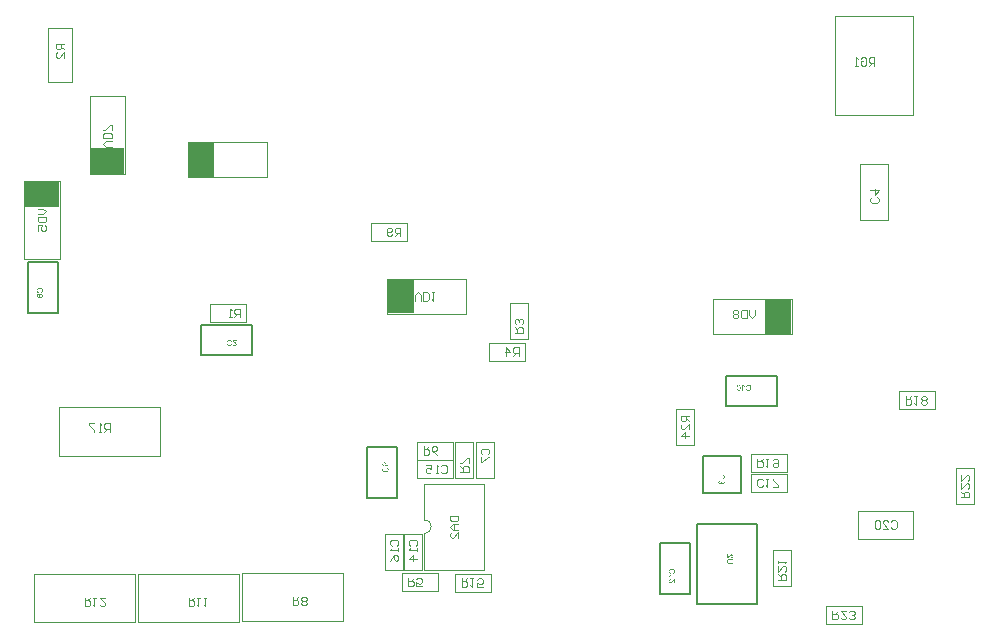
<source format=gbr>
%TF.GenerationSoftware,Altium Limited,Altium Designer,21.6.4 (81)*%
G04 Layer_Color=32896*
%FSLAX43Y43*%
%MOMM*%
%TF.SameCoordinates,3FCC9EDD-E33D-4AE7-AC82-89E58AA9E509*%
%TF.FilePolarity,Positive*%
%TF.FileFunction,Other,Bottom_Assembly*%
%TF.Part,Single*%
G01*
G75*
%TA.AperFunction,NonConductor*%
%ADD85C,0.200*%
%ADD120C,0.100*%
%ADD161R,2.250X3.000*%
%ADD162R,3.000X2.250*%
G36*
X67495Y13172D02*
X67509Y13172D01*
X67521Y13170D01*
X67532Y13169D01*
X67543Y13167D01*
X67552Y13165D01*
X67561Y13164D01*
X67569Y13162D01*
X67576Y13160D01*
X67582Y13158D01*
X67586Y13157D01*
X67590Y13155D01*
X67593Y13155D01*
X67594Y13154D01*
X67595D01*
X67611Y13146D01*
X67626Y13135D01*
X67638Y13125D01*
X67648Y13114D01*
X67657Y13104D01*
X67662Y13096D01*
X67664Y13093D01*
X67665Y13091D01*
X67667Y13090D01*
Y13089D01*
X67675Y13070D01*
X67681Y13051D01*
X67685Y13031D01*
X67688Y13013D01*
X67689Y13005D01*
X67690Y12997D01*
X67690Y12989D01*
Y12983D01*
X67691Y12978D01*
Y12971D01*
X67690Y12945D01*
X67688Y12933D01*
X67687Y12922D01*
X67685Y12911D01*
X67682Y12901D01*
X67680Y12892D01*
X67677Y12884D01*
X67674Y12877D01*
X67672Y12871D01*
X67670Y12865D01*
X67668Y12861D01*
X67665Y12857D01*
X67665Y12855D01*
X67663Y12853D01*
Y12852D01*
X67652Y12836D01*
X67640Y12823D01*
X67628Y12812D01*
X67616Y12804D01*
X67605Y12797D01*
X67597Y12793D01*
X67594Y12791D01*
X67592Y12790D01*
X67591Y12789D01*
X67590D01*
X67581Y12786D01*
X67572Y12783D01*
X67552Y12778D01*
X67531Y12776D01*
X67511Y12773D01*
X67502Y12773D01*
X67493Y12772D01*
X67486D01*
X67479Y12771D01*
X67474D01*
X67470D01*
X67467D01*
X67467D01*
X67171D01*
Y12839D01*
X67467D01*
X67484D01*
X67500Y12841D01*
X67514Y12842D01*
X67527Y12844D01*
X67539Y12847D01*
X67550Y12849D01*
X67560Y12852D01*
X67568Y12855D01*
X67574Y12858D01*
X67581Y12861D01*
X67586Y12863D01*
X67590Y12866D01*
X67593Y12868D01*
X67595Y12869D01*
X67596Y12870D01*
X67597Y12871D01*
X67603Y12878D01*
X67608Y12885D01*
X67616Y12901D01*
X67622Y12918D01*
X67625Y12936D01*
X67628Y12952D01*
X67629Y12959D01*
Y12965D01*
X67630Y12970D01*
Y12977D01*
X67629Y12993D01*
X67627Y13007D01*
X67625Y13020D01*
X67621Y13031D01*
X67618Y13039D01*
X67616Y13046D01*
X67614Y13050D01*
X67613Y13051D01*
X67606Y13062D01*
X67598Y13070D01*
X67590Y13078D01*
X67583Y13083D01*
X67575Y13087D01*
X67570Y13091D01*
X67566Y13093D01*
X67565Y13093D01*
X67558Y13096D01*
X67552Y13097D01*
X67536Y13100D01*
X67520Y13102D01*
X67504Y13104D01*
X67489Y13104D01*
X67483D01*
X67478Y13105D01*
X67473D01*
X67469D01*
X67467D01*
X67467D01*
X67171D01*
Y13173D01*
X67467D01*
X67481D01*
X67495Y13172D01*
D02*
G37*
G36*
X67559Y12682D02*
X67570Y12679D01*
X67591Y12673D01*
X67608Y12665D01*
X67616Y12660D01*
X67623Y12656D01*
X67630Y12651D01*
X67635Y12647D01*
X67640Y12643D01*
X67644Y12640D01*
X67647Y12637D01*
X67649Y12635D01*
X67651Y12634D01*
X67651Y12633D01*
X67658Y12624D01*
X67665Y12615D01*
X67670Y12606D01*
X67674Y12597D01*
X67682Y12578D01*
X67686Y12560D01*
X67688Y12552D01*
X67689Y12545D01*
X67690Y12538D01*
X67690Y12532D01*
X67691Y12528D01*
Y12521D01*
X67690Y12507D01*
X67689Y12495D01*
X67687Y12482D01*
X67684Y12470D01*
X67680Y12459D01*
X67676Y12450D01*
X67672Y12440D01*
X67668Y12432D01*
X67664Y12424D01*
X67659Y12417D01*
X67656Y12411D01*
X67652Y12407D01*
X67649Y12403D01*
X67647Y12400D01*
X67645Y12399D01*
X67645Y12398D01*
X67636Y12389D01*
X67626Y12382D01*
X67617Y12375D01*
X67607Y12369D01*
X67598Y12365D01*
X67589Y12360D01*
X67571Y12354D01*
X67563Y12353D01*
X67555Y12351D01*
X67549Y12350D01*
X67543Y12349D01*
X67538Y12348D01*
X67535D01*
X67532D01*
X67532D01*
X67514Y12349D01*
X67498Y12352D01*
X67484Y12356D01*
X67472Y12361D01*
X67462Y12365D01*
X67455Y12370D01*
X67450Y12373D01*
X67449Y12373D01*
X67438Y12384D01*
X67428Y12395D01*
X67421Y12407D01*
X67415Y12419D01*
X67410Y12429D01*
X67407Y12437D01*
X67407Y12440D01*
X67406Y12442D01*
X67405Y12444D01*
Y12444D01*
X67399Y12432D01*
X67392Y12421D01*
X67384Y12413D01*
X67378Y12405D01*
X67372Y12399D01*
X67367Y12395D01*
X67364Y12393D01*
X67362Y12392D01*
X67352Y12386D01*
X67342Y12382D01*
X67331Y12378D01*
X67322Y12376D01*
X67314Y12374D01*
X67308Y12373D01*
X67303D01*
X67302D01*
X67289Y12374D01*
X67277Y12376D01*
X67266Y12379D01*
X67256Y12383D01*
X67248Y12387D01*
X67241Y12390D01*
X67237Y12392D01*
X67236Y12393D01*
X67225Y12400D01*
X67215Y12409D01*
X67207Y12418D01*
X67200Y12427D01*
X67195Y12434D01*
X67190Y12441D01*
X67188Y12445D01*
X67187Y12446D01*
Y12447D01*
X67181Y12460D01*
X67177Y12473D01*
X67173Y12487D01*
X67171Y12498D01*
X67169Y12508D01*
X67169Y12516D01*
Y12535D01*
X67170Y12545D01*
X67174Y12565D01*
X67180Y12582D01*
X67186Y12597D01*
X67189Y12603D01*
X67192Y12608D01*
X67195Y12614D01*
X67198Y12617D01*
X67200Y12620D01*
X67202Y12623D01*
X67203Y12624D01*
X67203Y12625D01*
X67217Y12639D01*
X67233Y12650D01*
X67249Y12659D01*
X67266Y12666D01*
X67280Y12671D01*
X67285Y12673D01*
X67291Y12674D01*
X67295Y12675D01*
X67298Y12676D01*
X67300Y12677D01*
X67301D01*
X67312Y12614D01*
X67296Y12611D01*
X67282Y12606D01*
X67270Y12601D01*
X67260Y12596D01*
X67253Y12591D01*
X67248Y12586D01*
X67244Y12583D01*
X67243Y12583D01*
X67236Y12573D01*
X67230Y12563D01*
X67226Y12553D01*
X67223Y12543D01*
X67222Y12535D01*
X67220Y12528D01*
Y12522D01*
X67221Y12509D01*
X67224Y12497D01*
X67228Y12487D01*
X67231Y12478D01*
X67236Y12471D01*
X67240Y12466D01*
X67243Y12462D01*
X67243Y12461D01*
X67252Y12453D01*
X67262Y12447D01*
X67271Y12444D01*
X67280Y12441D01*
X67288Y12439D01*
X67294Y12438D01*
X67299D01*
X67299D01*
X67300D01*
X67308D01*
X67316Y12439D01*
X67328Y12443D01*
X67339Y12448D01*
X67349Y12454D01*
X67356Y12460D01*
X67361Y12465D01*
X67364Y12469D01*
X67365Y12470D01*
Y12470D01*
X67371Y12483D01*
X67376Y12495D01*
X67380Y12507D01*
X67382Y12518D01*
X67384Y12528D01*
X67385Y12536D01*
Y12546D01*
X67384Y12549D01*
Y12552D01*
X67440Y12560D01*
X67438Y12550D01*
X67436Y12541D01*
X67435Y12534D01*
X67434Y12527D01*
X67433Y12522D01*
Y12515D01*
X67435Y12500D01*
X67438Y12486D01*
X67442Y12473D01*
X67447Y12463D01*
X67452Y12455D01*
X67457Y12449D01*
X67460Y12445D01*
X67461Y12444D01*
X67472Y12434D01*
X67484Y12427D01*
X67496Y12421D01*
X67508Y12419D01*
X67518Y12416D01*
X67526Y12416D01*
X67529Y12415D01*
X67531D01*
X67532D01*
X67533D01*
X67549Y12416D01*
X67564Y12420D01*
X67577Y12424D01*
X67588Y12430D01*
X67597Y12436D01*
X67603Y12441D01*
X67608Y12444D01*
X67609Y12446D01*
X67620Y12458D01*
X67627Y12470D01*
X67632Y12483D01*
X67636Y12495D01*
X67638Y12505D01*
X67639Y12513D01*
X67640Y12516D01*
Y12521D01*
X67639Y12534D01*
X67636Y12546D01*
X67632Y12557D01*
X67628Y12566D01*
X67624Y12574D01*
X67620Y12580D01*
X67617Y12583D01*
X67617Y12584D01*
X67606Y12593D01*
X67594Y12600D01*
X67582Y12607D01*
X67569Y12612D01*
X67557Y12616D01*
X67552Y12617D01*
X67548Y12618D01*
X67544Y12619D01*
X67541Y12620D01*
X67540Y12620D01*
X67539D01*
X67547Y12683D01*
X67559Y12682D01*
D02*
G37*
G36*
X67964Y6176D02*
X67976Y6185D01*
X67981Y6190D01*
X67987Y6193D01*
X67991Y6197D01*
X67994Y6200D01*
X67996Y6202D01*
X67997Y6203D01*
X68001Y6207D01*
X68004Y6211D01*
X68014Y6221D01*
X68025Y6233D01*
X68036Y6246D01*
X68046Y6258D01*
X68050Y6263D01*
X68055Y6267D01*
X68058Y6271D01*
X68060Y6274D01*
X68061Y6275D01*
X68062Y6276D01*
X68072Y6288D01*
X68082Y6300D01*
X68092Y6310D01*
X68100Y6320D01*
X68108Y6329D01*
X68115Y6336D01*
X68122Y6343D01*
X68128Y6349D01*
X68134Y6355D01*
X68138Y6360D01*
X68142Y6363D01*
X68145Y6367D01*
X68150Y6371D01*
X68151Y6372D01*
X68164Y6383D01*
X68175Y6391D01*
X68186Y6399D01*
X68195Y6405D01*
X68203Y6409D01*
X68209Y6412D01*
X68213Y6414D01*
X68214Y6414D01*
X68225Y6419D01*
X68236Y6422D01*
X68247Y6425D01*
X68256Y6426D01*
X68264Y6427D01*
X68270Y6428D01*
X68273D01*
X68275D01*
X68286Y6427D01*
X68296Y6425D01*
X68307Y6424D01*
X68315Y6421D01*
X68333Y6414D01*
X68347Y6406D01*
X68354Y6402D01*
X68359Y6398D01*
X68364Y6394D01*
X68368Y6391D01*
X68371Y6388D01*
X68374Y6386D01*
X68375Y6385D01*
X68375Y6384D01*
X68383Y6376D01*
X68389Y6367D01*
X68395Y6357D01*
X68399Y6348D01*
X68406Y6329D01*
X68412Y6309D01*
X68413Y6301D01*
X68415Y6293D01*
X68415Y6286D01*
X68416Y6280D01*
X68417Y6275D01*
Y6267D01*
X68416Y6254D01*
X68415Y6241D01*
X68413Y6230D01*
X68411Y6218D01*
X68408Y6208D01*
X68405Y6199D01*
X68401Y6190D01*
X68398Y6182D01*
X68394Y6174D01*
X68390Y6168D01*
X68387Y6163D01*
X68384Y6159D01*
X68382Y6155D01*
X68380Y6153D01*
X68379Y6151D01*
X68378Y6150D01*
X68371Y6143D01*
X68363Y6136D01*
X68354Y6130D01*
X68345Y6125D01*
X68327Y6116D01*
X68310Y6110D01*
X68301Y6108D01*
X68293Y6105D01*
X68287Y6104D01*
X68281Y6102D01*
X68276Y6102D01*
X68272D01*
X68270Y6101D01*
X68269D01*
X68262Y6165D01*
X68279Y6167D01*
X68294Y6170D01*
X68307Y6174D01*
X68318Y6179D01*
X68327Y6184D01*
X68332Y6188D01*
X68336Y6191D01*
X68338Y6193D01*
X68347Y6204D01*
X68353Y6216D01*
X68358Y6228D01*
X68361Y6239D01*
X68364Y6250D01*
X68364Y6258D01*
X68365Y6261D01*
Y6266D01*
X68364Y6281D01*
X68361Y6295D01*
X68357Y6307D01*
X68352Y6318D01*
X68347Y6326D01*
X68344Y6331D01*
X68341Y6335D01*
X68339Y6336D01*
X68329Y6345D01*
X68318Y6352D01*
X68308Y6357D01*
X68298Y6360D01*
X68290Y6362D01*
X68282Y6363D01*
X68278Y6363D01*
X68277D01*
X68276D01*
X68263Y6362D01*
X68249Y6359D01*
X68236Y6354D01*
X68225Y6349D01*
X68215Y6343D01*
X68207Y6337D01*
X68204Y6336D01*
X68202Y6335D01*
X68201Y6333D01*
X68200D01*
X68192Y6327D01*
X68184Y6320D01*
X68175Y6312D01*
X68166Y6303D01*
X68148Y6284D01*
X68131Y6266D01*
X68123Y6256D01*
X68115Y6248D01*
X68109Y6240D01*
X68103Y6233D01*
X68098Y6228D01*
X68094Y6224D01*
X68092Y6221D01*
X68092Y6220D01*
X68076Y6201D01*
X68061Y6184D01*
X68048Y6170D01*
X68037Y6159D01*
X68027Y6150D01*
X68021Y6143D01*
X68016Y6139D01*
X68015Y6138D01*
X68015D01*
X68002Y6128D01*
X67990Y6119D01*
X67978Y6112D01*
X67968Y6106D01*
X67959Y6102D01*
X67953Y6099D01*
X67948Y6097D01*
X67947Y6097D01*
X67947D01*
X67939Y6094D01*
X67931Y6092D01*
X67924Y6091D01*
X67917Y6090D01*
X67911Y6089D01*
X67907D01*
X67904D01*
X67903D01*
Y6428D01*
X67964D01*
Y6176D01*
D02*
G37*
G36*
X68415Y5943D02*
X68119D01*
X68102D01*
X68086Y5941D01*
X68072Y5940D01*
X68058Y5938D01*
X68046Y5935D01*
X68035Y5932D01*
X68026Y5930D01*
X68018Y5927D01*
X68011Y5924D01*
X68004Y5921D01*
X68000Y5918D01*
X67995Y5916D01*
X67992Y5914D01*
X67990Y5912D01*
X67990Y5912D01*
X67989Y5911D01*
X67983Y5904D01*
X67978Y5897D01*
X67970Y5881D01*
X67964Y5864D01*
X67960Y5846D01*
X67957Y5830D01*
X67956Y5823D01*
Y5816D01*
X67956Y5812D01*
Y5805D01*
X67956Y5789D01*
X67958Y5775D01*
X67961Y5762D01*
X67964Y5751D01*
X67967Y5742D01*
X67970Y5736D01*
X67972Y5732D01*
X67973Y5731D01*
X67979Y5720D01*
X67987Y5711D01*
X67995Y5704D01*
X68003Y5699D01*
X68010Y5694D01*
X68015Y5691D01*
X68019Y5689D01*
X68021Y5689D01*
X68027Y5686D01*
X68034Y5685D01*
X68049Y5682D01*
X68066Y5680D01*
X68082Y5678D01*
X68096Y5677D01*
X68103D01*
X68108Y5677D01*
X68112D01*
X68116D01*
X68118D01*
X68119D01*
X68415D01*
Y5609D01*
X68119D01*
X68104D01*
X68090Y5609D01*
X68077Y5610D01*
X68064Y5612D01*
X68053Y5613D01*
X68043Y5615D01*
X68033Y5617D01*
X68024Y5618D01*
X68016Y5620D01*
X68009Y5622D01*
X68004Y5623D01*
X67999Y5625D01*
X67995Y5626D01*
X67992Y5627D01*
X67991Y5628D01*
X67990D01*
X67974Y5636D01*
X67959Y5646D01*
X67947Y5657D01*
X67937Y5668D01*
X67929Y5677D01*
X67923Y5686D01*
X67922Y5689D01*
X67920Y5691D01*
X67919Y5692D01*
Y5693D01*
X67910Y5711D01*
X67905Y5731D01*
X67900Y5751D01*
X67897Y5769D01*
X67896Y5777D01*
X67896Y5785D01*
X67895Y5793D01*
Y5799D01*
X67894Y5804D01*
Y5810D01*
X67896Y5837D01*
X67897Y5849D01*
X67899Y5860D01*
X67901Y5871D01*
X67903Y5881D01*
X67905Y5890D01*
X67908Y5898D01*
X67911Y5905D01*
X67913Y5911D01*
X67916Y5917D01*
X67918Y5921D01*
X67920Y5925D01*
X67921Y5927D01*
X67922Y5929D01*
Y5929D01*
X67933Y5946D01*
X67946Y5959D01*
X67958Y5969D01*
X67970Y5978D01*
X67980Y5985D01*
X67988Y5989D01*
X67991Y5991D01*
X67993Y5992D01*
X67995Y5993D01*
X67995D01*
X68004Y5996D01*
X68014Y5999D01*
X68034Y6003D01*
X68055Y6006D01*
X68075Y6009D01*
X68083Y6009D01*
X68092Y6010D01*
X68100D01*
X68106Y6011D01*
X68111D01*
X68115D01*
X68118D01*
X68119D01*
X68415D01*
Y5943D01*
D02*
G37*
G36*
X63250Y5216D02*
X63275Y5213D01*
X63298Y5210D01*
X63309Y5207D01*
X63319Y5205D01*
X63328Y5202D01*
X63336Y5199D01*
X63343Y5197D01*
X63349Y5196D01*
X63354Y5193D01*
X63358Y5193D01*
X63360Y5191D01*
X63360D01*
X63383Y5180D01*
X63403Y5168D01*
X63420Y5154D01*
X63426Y5148D01*
X63433Y5142D01*
X63439Y5136D01*
X63444Y5130D01*
X63448Y5125D01*
X63451Y5120D01*
X63454Y5117D01*
X63457Y5114D01*
X63457Y5113D01*
X63458Y5112D01*
X63464Y5102D01*
X63469Y5091D01*
X63477Y5069D01*
X63483Y5047D01*
X63487Y5026D01*
X63488Y5015D01*
X63490Y5006D01*
X63491Y4998D01*
Y4992D01*
X63491Y4986D01*
Y4978D01*
X63491Y4963D01*
X63489Y4949D01*
X63488Y4936D01*
X63485Y4923D01*
X63481Y4911D01*
X63477Y4900D01*
X63474Y4890D01*
X63469Y4880D01*
X63465Y4872D01*
X63462Y4864D01*
X63458Y4858D01*
X63454Y4852D01*
X63451Y4848D01*
X63450Y4845D01*
X63448Y4843D01*
X63448Y4842D01*
X63439Y4832D01*
X63430Y4823D01*
X63420Y4815D01*
X63409Y4807D01*
X63389Y4794D01*
X63368Y4783D01*
X63358Y4779D01*
X63349Y4775D01*
X63341Y4772D01*
X63335Y4770D01*
X63329Y4768D01*
X63324Y4766D01*
X63321Y4766D01*
X63321D01*
X63304Y4833D01*
X63315Y4836D01*
X63326Y4840D01*
X63337Y4844D01*
X63346Y4848D01*
X63355Y4852D01*
X63363Y4856D01*
X63370Y4862D01*
X63377Y4866D01*
X63383Y4870D01*
X63387Y4874D01*
X63392Y4878D01*
X63395Y4881D01*
X63397Y4884D01*
X63400Y4886D01*
X63400Y4887D01*
X63401Y4887D01*
X63407Y4895D01*
X63411Y4903D01*
X63420Y4919D01*
X63426Y4935D01*
X63429Y4950D01*
X63432Y4964D01*
X63433Y4969D01*
Y4974D01*
X63434Y4978D01*
Y4984D01*
X63433Y5001D01*
X63430Y5017D01*
X63426Y5032D01*
X63422Y5045D01*
X63417Y5055D01*
X63415Y5060D01*
X63414Y5063D01*
X63412Y5066D01*
X63411Y5069D01*
X63410Y5070D01*
Y5071D01*
X63400Y5085D01*
X63389Y5097D01*
X63376Y5107D01*
X63364Y5115D01*
X63354Y5122D01*
X63345Y5126D01*
X63341Y5128D01*
X63339Y5129D01*
X63338Y5130D01*
X63337D01*
X63318Y5136D01*
X63298Y5140D01*
X63279Y5144D01*
X63261Y5146D01*
X63253Y5147D01*
X63246Y5148D01*
X63239D01*
X63234Y5148D01*
X63230D01*
X63226D01*
X63224D01*
X63223D01*
X63204Y5148D01*
X63186Y5146D01*
X63170Y5143D01*
X63155Y5140D01*
X63142Y5138D01*
X63137Y5137D01*
X63133Y5135D01*
X63129Y5134D01*
X63127Y5134D01*
X63125Y5133D01*
X63125D01*
X63108Y5125D01*
X63092Y5117D01*
X63080Y5108D01*
X63069Y5099D01*
X63060Y5091D01*
X63054Y5084D01*
X63050Y5079D01*
X63049Y5078D01*
Y5077D01*
X63039Y5062D01*
X63032Y5045D01*
X63026Y5029D01*
X63023Y5013D01*
X63021Y4999D01*
X63020Y4993D01*
Y4988D01*
X63020Y4984D01*
Y4978D01*
X63020Y4960D01*
X63023Y4943D01*
X63028Y4929D01*
X63032Y4916D01*
X63037Y4907D01*
X63041Y4899D01*
X63044Y4895D01*
X63046Y4893D01*
X63057Y4882D01*
X63069Y4870D01*
X63083Y4862D01*
X63096Y4854D01*
X63108Y4848D01*
X63114Y4846D01*
X63118Y4845D01*
X63122Y4843D01*
X63125Y4842D01*
X63126Y4841D01*
X63127D01*
X63111Y4774D01*
X63098Y4779D01*
X63086Y4783D01*
X63075Y4789D01*
X63064Y4794D01*
X63054Y4800D01*
X63046Y4807D01*
X63037Y4813D01*
X63029Y4819D01*
X63023Y4825D01*
X63018Y4830D01*
X63012Y4835D01*
X63009Y4839D01*
X63005Y4842D01*
X63003Y4845D01*
X63002Y4847D01*
X63001Y4848D01*
X62995Y4858D01*
X62988Y4868D01*
X62983Y4879D01*
X62978Y4890D01*
X62972Y4912D01*
X62967Y4932D01*
X62965Y4941D01*
X62964Y4950D01*
X62964Y4958D01*
X62963Y4964D01*
X62962Y4970D01*
Y4977D01*
X62964Y5001D01*
X62967Y5025D01*
X62972Y5046D01*
X62975Y5055D01*
X62978Y5064D01*
X62981Y5072D01*
X62984Y5080D01*
X62986Y5086D01*
X62988Y5091D01*
X62990Y5095D01*
X62992Y5098D01*
X62992Y5100D01*
X62993Y5101D01*
X63006Y5121D01*
X63020Y5138D01*
X63035Y5153D01*
X63050Y5165D01*
X63063Y5175D01*
X63069Y5179D01*
X63074Y5182D01*
X63078Y5185D01*
X63081Y5186D01*
X63083Y5187D01*
X63084Y5188D01*
X63107Y5198D01*
X63131Y5205D01*
X63154Y5210D01*
X63176Y5214D01*
X63185Y5216D01*
X63195Y5216D01*
X63202Y5217D01*
X63210D01*
X63215Y5218D01*
X63219D01*
X63222D01*
X63223D01*
X63250Y5216D01*
D02*
G37*
G36*
X63154Y4649D02*
X63148Y4638D01*
X63143Y4627D01*
X63138Y4616D01*
X63134Y4607D01*
X63130Y4600D01*
X63127Y4595D01*
X63126Y4595D01*
Y4594D01*
X63118Y4581D01*
X63110Y4569D01*
X63103Y4559D01*
X63096Y4550D01*
X63091Y4543D01*
X63086Y4539D01*
X63083Y4535D01*
X63083Y4534D01*
X63482D01*
Y4471D01*
X62969D01*
Y4512D01*
X62981Y4519D01*
X62993Y4527D01*
X63005Y4537D01*
X63015Y4546D01*
X63024Y4555D01*
X63032Y4561D01*
X63034Y4564D01*
X63036Y4567D01*
X63037Y4567D01*
X63037Y4568D01*
X63050Y4584D01*
X63062Y4599D01*
X63072Y4614D01*
X63080Y4629D01*
X63088Y4641D01*
X63091Y4647D01*
X63093Y4651D01*
X63095Y4655D01*
X63096Y4658D01*
X63097Y4659D01*
Y4660D01*
X63158D01*
X63154Y4649D01*
D02*
G37*
G36*
X63482Y3980D02*
X63422D01*
Y4232D01*
X63409Y4223D01*
X63404Y4219D01*
X63399Y4215D01*
X63394Y4211D01*
X63392Y4208D01*
X63389Y4206D01*
X63389Y4205D01*
X63385Y4202D01*
X63381Y4197D01*
X63372Y4187D01*
X63360Y4175D01*
X63349Y4162D01*
X63340Y4151D01*
X63335Y4145D01*
X63331Y4141D01*
X63328Y4137D01*
X63326Y4134D01*
X63324Y4133D01*
X63324Y4132D01*
X63313Y4120D01*
X63304Y4108D01*
X63294Y4098D01*
X63286Y4088D01*
X63278Y4080D01*
X63270Y4072D01*
X63264Y4065D01*
X63258Y4059D01*
X63252Y4053D01*
X63247Y4049D01*
X63244Y4045D01*
X63240Y4041D01*
X63236Y4037D01*
X63234Y4036D01*
X63222Y4026D01*
X63210Y4017D01*
X63199Y4009D01*
X63190Y4003D01*
X63182Y3999D01*
X63176Y3996D01*
X63173Y3995D01*
X63171Y3994D01*
X63160Y3989D01*
X63149Y3986D01*
X63139Y3983D01*
X63130Y3982D01*
X63122Y3981D01*
X63116Y3981D01*
X63112D01*
X63111D01*
X63100Y3981D01*
X63089Y3983D01*
X63079Y3984D01*
X63070Y3987D01*
X63052Y3995D01*
X63038Y4002D01*
X63032Y4006D01*
X63026Y4010D01*
X63021Y4014D01*
X63018Y4017D01*
X63015Y4020D01*
X63012Y4022D01*
X63011Y4023D01*
X63010Y4024D01*
X63003Y4032D01*
X62996Y4041D01*
X62991Y4051D01*
X62986Y4060D01*
X62979Y4080D01*
X62974Y4099D01*
X62972Y4107D01*
X62971Y4115D01*
X62970Y4122D01*
X62969Y4128D01*
X62969Y4134D01*
Y4141D01*
X62969Y4154D01*
X62970Y4167D01*
X62972Y4179D01*
X62975Y4190D01*
X62978Y4200D01*
X62981Y4210D01*
X62984Y4219D01*
X62988Y4227D01*
X62992Y4234D01*
X62995Y4240D01*
X62998Y4245D01*
X63001Y4250D01*
X63003Y4253D01*
X63006Y4255D01*
X63006Y4257D01*
X63007Y4258D01*
X63015Y4265D01*
X63023Y4272D01*
X63032Y4278D01*
X63040Y4284D01*
X63058Y4292D01*
X63076Y4298D01*
X63084Y4301D01*
X63092Y4303D01*
X63099Y4304D01*
X63105Y4306D01*
X63110Y4306D01*
X63114D01*
X63116Y4307D01*
X63117D01*
X63123Y4243D01*
X63106Y4241D01*
X63091Y4238D01*
X63078Y4234D01*
X63068Y4229D01*
X63059Y4224D01*
X63053Y4220D01*
X63049Y4217D01*
X63048Y4216D01*
X63039Y4204D01*
X63032Y4193D01*
X63027Y4180D01*
X63024Y4169D01*
X63022Y4159D01*
X63021Y4150D01*
X63020Y4147D01*
Y4142D01*
X63021Y4127D01*
X63024Y4113D01*
X63029Y4101D01*
X63033Y4091D01*
X63038Y4083D01*
X63042Y4077D01*
X63045Y4074D01*
X63046Y4072D01*
X63057Y4063D01*
X63067Y4057D01*
X63077Y4051D01*
X63088Y4049D01*
X63096Y4046D01*
X63103Y4046D01*
X63108Y4045D01*
X63108D01*
X63109D01*
X63122Y4046D01*
X63137Y4049D01*
X63149Y4054D01*
X63161Y4060D01*
X63171Y4066D01*
X63179Y4071D01*
X63182Y4072D01*
X63184Y4074D01*
X63185Y4075D01*
X63185D01*
X63193Y4081D01*
X63202Y4088D01*
X63210Y4097D01*
X63219Y4105D01*
X63237Y4124D01*
X63255Y4142D01*
X63263Y4152D01*
X63270Y4160D01*
X63277Y4168D01*
X63283Y4175D01*
X63287Y4180D01*
X63291Y4185D01*
X63293Y4187D01*
X63294Y4188D01*
X63309Y4207D01*
X63324Y4224D01*
X63338Y4238D01*
X63349Y4249D01*
X63358Y4258D01*
X63365Y4265D01*
X63369Y4269D01*
X63370Y4270D01*
X63371D01*
X63383Y4281D01*
X63395Y4289D01*
X63407Y4296D01*
X63417Y4302D01*
X63426Y4306D01*
X63433Y4309D01*
X63437Y4311D01*
X63438Y4312D01*
X63439D01*
X63447Y4315D01*
X63454Y4316D01*
X63462Y4318D01*
X63468Y4318D01*
X63474Y4319D01*
X63479D01*
X63482D01*
X63482D01*
Y3980D01*
D02*
G37*
G36*
X9741Y28980D02*
X9766Y28977D01*
X9789Y28973D01*
X9800Y28970D01*
X9810Y28968D01*
X9819Y28966D01*
X9827Y28963D01*
X9834Y28961D01*
X9840Y28959D01*
X9845Y28957D01*
X9848Y28956D01*
X9851Y28955D01*
X9851D01*
X9874Y28944D01*
X9894Y28931D01*
X9911Y28918D01*
X9917Y28911D01*
X9924Y28905D01*
X9930Y28899D01*
X9935Y28893D01*
X9939Y28888D01*
X9942Y28884D01*
X9945Y28881D01*
X9947Y28878D01*
X9948Y28876D01*
X9949Y28876D01*
X9955Y28865D01*
X9960Y28855D01*
X9968Y28833D01*
X9974Y28811D01*
X9978Y28789D01*
X9979Y28779D01*
X9981Y28770D01*
X9981Y28762D01*
Y28755D01*
X9982Y28749D01*
Y28741D01*
X9981Y28726D01*
X9980Y28712D01*
X9979Y28699D01*
X9976Y28687D01*
X9972Y28675D01*
X9968Y28664D01*
X9964Y28653D01*
X9960Y28644D01*
X9956Y28635D01*
X9953Y28627D01*
X9949Y28621D01*
X9945Y28616D01*
X9942Y28612D01*
X9941Y28608D01*
X9939Y28607D01*
X9939Y28606D01*
X9930Y28596D01*
X9921Y28587D01*
X9911Y28579D01*
X9900Y28570D01*
X9879Y28557D01*
X9859Y28547D01*
X9849Y28542D01*
X9840Y28539D01*
X9832Y28536D01*
X9826Y28533D01*
X9820Y28531D01*
X9815Y28530D01*
X9812Y28529D01*
X9811D01*
X9794Y28597D01*
X9806Y28600D01*
X9817Y28604D01*
X9828Y28607D01*
X9837Y28611D01*
X9846Y28616D01*
X9854Y28620D01*
X9861Y28625D01*
X9868Y28630D01*
X9874Y28633D01*
X9878Y28638D01*
X9882Y28641D01*
X9886Y28644D01*
X9888Y28647D01*
X9891Y28650D01*
X9891Y28650D01*
X9892Y28651D01*
X9898Y28658D01*
X9902Y28667D01*
X9911Y28683D01*
X9916Y28698D01*
X9920Y28714D01*
X9923Y28727D01*
X9924Y28732D01*
Y28737D01*
X9925Y28742D01*
Y28747D01*
X9924Y28764D01*
X9921Y28780D01*
X9917Y28795D01*
X9913Y28808D01*
X9908Y28819D01*
X9906Y28823D01*
X9905Y28827D01*
X9903Y28830D01*
X9902Y28832D01*
X9901Y28834D01*
Y28834D01*
X9891Y28848D01*
X9879Y28860D01*
X9867Y28871D01*
X9855Y28879D01*
X9845Y28885D01*
X9836Y28890D01*
X9832Y28891D01*
X9830Y28893D01*
X9828Y28893D01*
X9828D01*
X9809Y28899D01*
X9789Y28904D01*
X9770Y28907D01*
X9752Y28910D01*
X9744Y28910D01*
X9737Y28911D01*
X9730D01*
X9725Y28912D01*
X9721D01*
X9717D01*
X9715D01*
X9714D01*
X9695Y28911D01*
X9677Y28910D01*
X9661Y28907D01*
X9646Y28904D01*
X9633Y28902D01*
X9628Y28900D01*
X9624Y28899D01*
X9620Y28898D01*
X9618Y28897D01*
X9616Y28896D01*
X9616D01*
X9599Y28889D01*
X9583Y28881D01*
X9571Y28872D01*
X9559Y28862D01*
X9551Y28854D01*
X9545Y28848D01*
X9541Y28842D01*
X9539Y28842D01*
Y28841D01*
X9530Y28825D01*
X9522Y28808D01*
X9517Y28792D01*
X9514Y28777D01*
X9512Y28763D01*
X9511Y28757D01*
Y28752D01*
X9511Y28748D01*
Y28742D01*
X9511Y28723D01*
X9514Y28706D01*
X9519Y28692D01*
X9523Y28680D01*
X9528Y28670D01*
X9532Y28663D01*
X9535Y28658D01*
X9537Y28657D01*
X9548Y28645D01*
X9560Y28634D01*
X9573Y28625D01*
X9587Y28618D01*
X9599Y28612D01*
X9605Y28610D01*
X9609Y28608D01*
X9613Y28607D01*
X9616Y28605D01*
X9617Y28604D01*
X9618D01*
X9602Y28538D01*
X9589Y28542D01*
X9577Y28547D01*
X9566Y28553D01*
X9555Y28558D01*
X9545Y28564D01*
X9537Y28570D01*
X9528Y28576D01*
X9520Y28582D01*
X9514Y28588D01*
X9508Y28593D01*
X9503Y28599D01*
X9500Y28602D01*
X9496Y28606D01*
X9494Y28609D01*
X9493Y28610D01*
X9492Y28611D01*
X9486Y28621D01*
X9479Y28632D01*
X9474Y28642D01*
X9469Y28653D01*
X9463Y28675D01*
X9458Y28695D01*
X9456Y28705D01*
X9455Y28713D01*
X9454Y28721D01*
X9454Y28728D01*
X9453Y28733D01*
Y28740D01*
X9454Y28765D01*
X9458Y28788D01*
X9463Y28809D01*
X9466Y28819D01*
X9469Y28828D01*
X9471Y28836D01*
X9474Y28843D01*
X9477Y28849D01*
X9479Y28855D01*
X9481Y28859D01*
X9483Y28862D01*
X9483Y28864D01*
X9484Y28865D01*
X9497Y28885D01*
X9511Y28902D01*
X9526Y28916D01*
X9541Y28929D01*
X9554Y28939D01*
X9560Y28942D01*
X9565Y28945D01*
X9569Y28948D01*
X9572Y28950D01*
X9574Y28950D01*
X9575Y28951D01*
X9598Y28961D01*
X9622Y28969D01*
X9645Y28974D01*
X9667Y28978D01*
X9676Y28979D01*
X9686Y28980D01*
X9693Y28981D01*
X9701D01*
X9706Y28981D01*
X9710D01*
X9713D01*
X9714D01*
X9741Y28980D01*
D02*
G37*
G36*
X9838Y28471D02*
X9850Y28470D01*
X9861Y28468D01*
X9872Y28465D01*
X9891Y28457D01*
X9899Y28454D01*
X9907Y28449D01*
X9914Y28445D01*
X9920Y28441D01*
X9925Y28437D01*
X9930Y28434D01*
X9933Y28431D01*
X9936Y28429D01*
X9937Y28427D01*
X9938Y28426D01*
X9946Y28417D01*
X9953Y28408D01*
X9959Y28397D01*
X9964Y28387D01*
X9967Y28378D01*
X9971Y28367D01*
X9976Y28347D01*
X9979Y28338D01*
X9980Y28330D01*
X9981Y28323D01*
X9981Y28316D01*
X9982Y28311D01*
Y28304D01*
X9981Y28290D01*
X9980Y28277D01*
X9978Y28264D01*
X9976Y28253D01*
X9972Y28242D01*
X9968Y28232D01*
X9964Y28222D01*
X9960Y28214D01*
X9956Y28207D01*
X9952Y28200D01*
X9948Y28195D01*
X9945Y28190D01*
X9942Y28186D01*
X9940Y28184D01*
X9939Y28182D01*
X9938Y28182D01*
X9929Y28174D01*
X9920Y28166D01*
X9911Y28160D01*
X9902Y28155D01*
X9893Y28150D01*
X9883Y28146D01*
X9866Y28141D01*
X9858Y28139D01*
X9851Y28137D01*
X9844Y28137D01*
X9839Y28136D01*
X9834Y28135D01*
X9831D01*
X9828D01*
X9828D01*
X9811Y28136D01*
X9795Y28139D01*
X9781Y28143D01*
X9769Y28148D01*
X9760Y28152D01*
X9752Y28157D01*
X9748Y28159D01*
X9747Y28160D01*
X9746D01*
X9735Y28171D01*
X9724Y28182D01*
X9716Y28193D01*
X9709Y28205D01*
X9704Y28215D01*
X9700Y28224D01*
X9698Y28227D01*
X9698Y28229D01*
X9697Y28230D01*
Y28231D01*
X9691Y28218D01*
X9684Y28207D01*
X9678Y28197D01*
X9671Y28189D01*
X9665Y28183D01*
X9661Y28179D01*
X9658Y28176D01*
X9656Y28175D01*
X9646Y28168D01*
X9636Y28164D01*
X9625Y28160D01*
X9615Y28158D01*
X9607Y28157D01*
X9600Y28156D01*
X9596D01*
X9595D01*
X9594D01*
X9584Y28157D01*
X9574Y28157D01*
X9556Y28162D01*
X9539Y28169D01*
X9525Y28176D01*
X9514Y28184D01*
X9510Y28188D01*
X9505Y28191D01*
X9503Y28193D01*
X9500Y28196D01*
X9500Y28196D01*
X9499Y28197D01*
X9492Y28205D01*
X9486Y28213D01*
X9480Y28222D01*
X9476Y28231D01*
X9469Y28249D01*
X9465Y28267D01*
X9463Y28274D01*
X9462Y28281D01*
X9461Y28288D01*
X9460Y28294D01*
X9460Y28298D01*
Y28305D01*
X9460Y28317D01*
X9461Y28329D01*
X9466Y28349D01*
X9469Y28359D01*
X9471Y28368D01*
X9475Y28376D01*
X9479Y28383D01*
X9483Y28389D01*
X9486Y28395D01*
X9489Y28400D01*
X9492Y28404D01*
X9494Y28407D01*
X9497Y28409D01*
X9497Y28411D01*
X9498Y28412D01*
X9505Y28418D01*
X9513Y28425D01*
X9521Y28430D01*
X9529Y28434D01*
X9545Y28442D01*
X9559Y28446D01*
X9572Y28449D01*
X9578Y28450D01*
X9582Y28451D01*
X9587Y28451D01*
X9590D01*
X9591D01*
X9592D01*
X9605Y28451D01*
X9618Y28448D01*
X9629Y28446D01*
X9639Y28442D01*
X9646Y28439D01*
X9652Y28436D01*
X9655Y28434D01*
X9656Y28433D01*
X9665Y28425D01*
X9673Y28416D01*
X9681Y28406D01*
X9687Y28397D01*
X9691Y28388D01*
X9694Y28381D01*
X9695Y28378D01*
X9696Y28376D01*
X9697Y28375D01*
Y28375D01*
X9702Y28392D01*
X9709Y28406D01*
X9717Y28418D01*
X9724Y28429D01*
X9732Y28437D01*
X9738Y28443D01*
X9741Y28446D01*
X9742Y28447D01*
X9743D01*
X9756Y28455D01*
X9770Y28462D01*
X9783Y28466D01*
X9797Y28469D01*
X9809Y28471D01*
X9814Y28471D01*
X9818D01*
X9821Y28472D01*
X9824D01*
X9826D01*
X9826D01*
X9838Y28471D01*
D02*
G37*
G36*
X69253Y20779D02*
X69261Y20767D01*
X69271Y20756D01*
X69280Y20745D01*
X69289Y20736D01*
X69295Y20729D01*
X69298Y20727D01*
X69300Y20725D01*
X69301Y20724D01*
X69302Y20723D01*
X69317Y20710D01*
X69333Y20699D01*
X69348Y20688D01*
X69363Y20680D01*
X69375Y20673D01*
X69380Y20670D01*
X69385Y20668D01*
X69388Y20665D01*
X69391Y20665D01*
X69393Y20663D01*
X69394D01*
Y20603D01*
X69382Y20607D01*
X69371Y20612D01*
X69360Y20617D01*
X69350Y20622D01*
X69341Y20627D01*
X69334Y20631D01*
X69329Y20634D01*
X69329Y20634D01*
X69328D01*
X69314Y20642D01*
X69303Y20651D01*
X69292Y20658D01*
X69284Y20665D01*
X69277Y20670D01*
X69272Y20674D01*
X69269Y20677D01*
X69268Y20678D01*
Y20278D01*
X69205D01*
Y20792D01*
X69246D01*
X69253Y20779D01*
D02*
G37*
G36*
X69735Y20797D02*
X69759Y20793D01*
X69779Y20789D01*
X69789Y20786D01*
X69798Y20783D01*
X69806Y20780D01*
X69813Y20777D01*
X69819Y20775D01*
X69825Y20773D01*
X69829Y20770D01*
X69832Y20769D01*
X69834Y20768D01*
X69835Y20767D01*
X69855Y20755D01*
X69872Y20740D01*
X69887Y20725D01*
X69899Y20710D01*
X69909Y20697D01*
X69912Y20691D01*
X69915Y20686D01*
X69918Y20682D01*
X69920Y20679D01*
X69921Y20677D01*
X69921Y20676D01*
X69932Y20654D01*
X69939Y20630D01*
X69944Y20606D01*
X69948Y20585D01*
X69949Y20575D01*
X69950Y20566D01*
X69951Y20558D01*
Y20551D01*
X69952Y20546D01*
Y20541D01*
Y20538D01*
Y20538D01*
X69950Y20511D01*
X69947Y20485D01*
X69943Y20462D01*
X69941Y20451D01*
X69938Y20441D01*
X69936Y20433D01*
X69933Y20424D01*
X69931Y20417D01*
X69929Y20411D01*
X69927Y20407D01*
X69926Y20403D01*
X69925Y20401D01*
Y20400D01*
X69914Y20378D01*
X69901Y20358D01*
X69888Y20341D01*
X69881Y20334D01*
X69875Y20328D01*
X69870Y20322D01*
X69864Y20316D01*
X69858Y20312D01*
X69854Y20309D01*
X69851Y20306D01*
X69848Y20304D01*
X69847Y20303D01*
X69846Y20302D01*
X69836Y20297D01*
X69825Y20291D01*
X69803Y20283D01*
X69781Y20277D01*
X69759Y20274D01*
X69749Y20272D01*
X69740Y20271D01*
X69732Y20270D01*
X69725D01*
X69720Y20269D01*
X69711D01*
X69697Y20270D01*
X69683Y20271D01*
X69669Y20273D01*
X69657Y20276D01*
X69645Y20280D01*
X69634Y20283D01*
X69623Y20287D01*
X69614Y20291D01*
X69606Y20295D01*
X69598Y20299D01*
X69592Y20302D01*
X69586Y20306D01*
X69582Y20309D01*
X69578Y20311D01*
X69577Y20312D01*
X69576Y20313D01*
X69566Y20322D01*
X69557Y20331D01*
X69549Y20341D01*
X69541Y20351D01*
X69527Y20372D01*
X69517Y20393D01*
X69513Y20402D01*
X69509Y20411D01*
X69506Y20419D01*
X69504Y20426D01*
X69501Y20432D01*
X69500Y20436D01*
X69499Y20439D01*
Y20440D01*
X69567Y20457D01*
X69570Y20445D01*
X69574Y20434D01*
X69578Y20424D01*
X69581Y20414D01*
X69586Y20405D01*
X69590Y20398D01*
X69595Y20390D01*
X69600Y20384D01*
X69603Y20378D01*
X69608Y20373D01*
X69612Y20369D01*
X69615Y20365D01*
X69618Y20363D01*
X69620Y20361D01*
X69620Y20360D01*
X69621Y20359D01*
X69629Y20353D01*
X69637Y20349D01*
X69653Y20341D01*
X69669Y20335D01*
X69684Y20331D01*
X69697Y20328D01*
X69703Y20328D01*
X69708D01*
X69712Y20327D01*
X69717D01*
X69734Y20328D01*
X69751Y20331D01*
X69765Y20334D01*
X69779Y20339D01*
X69789Y20343D01*
X69793Y20345D01*
X69797Y20347D01*
X69800Y20348D01*
X69802Y20350D01*
X69804Y20350D01*
X69805D01*
X69819Y20361D01*
X69830Y20372D01*
X69841Y20384D01*
X69849Y20396D01*
X69856Y20407D01*
X69860Y20416D01*
X69861Y20419D01*
X69863Y20421D01*
X69864Y20423D01*
Y20424D01*
X69870Y20443D01*
X69874Y20462D01*
X69878Y20481D01*
X69880Y20499D01*
X69881Y20507D01*
X69881Y20515D01*
Y20521D01*
X69882Y20526D01*
Y20531D01*
Y20535D01*
Y20537D01*
Y20538D01*
X69881Y20557D01*
X69880Y20574D01*
X69877Y20591D01*
X69874Y20605D01*
X69872Y20618D01*
X69870Y20623D01*
X69869Y20628D01*
X69868Y20631D01*
X69867Y20634D01*
X69867Y20635D01*
Y20636D01*
X69859Y20653D01*
X69851Y20668D01*
X69842Y20681D01*
X69833Y20692D01*
X69824Y20701D01*
X69818Y20707D01*
X69813Y20710D01*
X69812Y20712D01*
X69811D01*
X69796Y20722D01*
X69779Y20729D01*
X69762Y20734D01*
X69747Y20737D01*
X69733Y20739D01*
X69727Y20740D01*
X69722D01*
X69718Y20741D01*
X69712D01*
X69694Y20740D01*
X69677Y20737D01*
X69663Y20733D01*
X69650Y20728D01*
X69640Y20723D01*
X69633Y20719D01*
X69629Y20716D01*
X69627Y20715D01*
X69615Y20704D01*
X69604Y20691D01*
X69595Y20678D01*
X69588Y20665D01*
X69582Y20653D01*
X69580Y20647D01*
X69578Y20642D01*
X69577Y20639D01*
X69575Y20636D01*
X69575Y20634D01*
Y20634D01*
X69508Y20649D01*
X69513Y20662D01*
X69517Y20674D01*
X69523Y20685D01*
X69528Y20696D01*
X69534Y20706D01*
X69541Y20715D01*
X69547Y20724D01*
X69552Y20731D01*
X69558Y20737D01*
X69564Y20743D01*
X69569Y20748D01*
X69572Y20752D01*
X69576Y20756D01*
X69579Y20758D01*
X69581Y20758D01*
X69581Y20759D01*
X69592Y20766D01*
X69602Y20773D01*
X69612Y20778D01*
X69623Y20782D01*
X69646Y20789D01*
X69666Y20793D01*
X69675Y20795D01*
X69683Y20796D01*
X69691Y20797D01*
X69698Y20798D01*
X69703Y20798D01*
X69711D01*
X69735Y20797D01*
D02*
G37*
G36*
X68897Y20790D02*
X68915Y20787D01*
X68931Y20782D01*
X68944Y20777D01*
X68955Y20771D01*
X68960Y20769D01*
X68963Y20766D01*
X68966Y20764D01*
X68969Y20763D01*
X68969Y20761D01*
X68970D01*
X68983Y20750D01*
X68994Y20736D01*
X69004Y20722D01*
X69011Y20708D01*
X69017Y20696D01*
X69020Y20691D01*
X69022Y20685D01*
X69023Y20682D01*
X69025Y20679D01*
X69025Y20677D01*
Y20676D01*
X69028Y20665D01*
X69031Y20654D01*
X69036Y20630D01*
X69040Y20605D01*
X69042Y20583D01*
X69042Y20572D01*
X69043Y20562D01*
Y20553D01*
X69044Y20545D01*
Y20539D01*
Y20534D01*
Y20531D01*
Y20530D01*
X69043Y20504D01*
X69042Y20480D01*
X69040Y20458D01*
X69036Y20437D01*
X69032Y20418D01*
X69028Y20401D01*
X69023Y20385D01*
X69019Y20372D01*
X69014Y20360D01*
X69009Y20350D01*
X69006Y20341D01*
X69002Y20334D01*
X68998Y20328D01*
X68996Y20325D01*
X68994Y20322D01*
X68994Y20322D01*
X68986Y20313D01*
X68977Y20305D01*
X68967Y20297D01*
X68957Y20291D01*
X68948Y20286D01*
X68938Y20282D01*
X68929Y20279D01*
X68920Y20276D01*
X68911Y20274D01*
X68903Y20272D01*
X68895Y20271D01*
X68889Y20270D01*
X68884Y20269D01*
X68877D01*
X68857Y20271D01*
X68838Y20274D01*
X68823Y20279D01*
X68810Y20284D01*
X68799Y20289D01*
X68795Y20292D01*
X68791Y20294D01*
X68788Y20296D01*
X68786Y20297D01*
X68785Y20299D01*
X68785D01*
X68771Y20311D01*
X68760Y20325D01*
X68751Y20339D01*
X68743Y20353D01*
X68737Y20365D01*
X68734Y20370D01*
X68733Y20376D01*
X68731Y20379D01*
X68730Y20382D01*
X68729Y20384D01*
Y20384D01*
X68725Y20396D01*
X68722Y20407D01*
X68718Y20430D01*
X68714Y20455D01*
X68712Y20478D01*
X68711Y20489D01*
X68711Y20498D01*
Y20507D01*
X68710Y20515D01*
Y20521D01*
Y20526D01*
Y20529D01*
Y20530D01*
Y20544D01*
X68711Y20557D01*
Y20569D01*
X68711Y20581D01*
X68713Y20591D01*
X68714Y20602D01*
X68714Y20611D01*
X68716Y20619D01*
X68717Y20626D01*
X68718Y20633D01*
X68719Y20638D01*
X68719Y20642D01*
X68720Y20646D01*
X68721Y20648D01*
X68722Y20650D01*
Y20651D01*
X68726Y20667D01*
X68731Y20682D01*
X68737Y20694D01*
X68742Y20705D01*
X68747Y20715D01*
X68750Y20722D01*
X68753Y20725D01*
X68753Y20727D01*
X68762Y20738D01*
X68770Y20747D01*
X68779Y20756D01*
X68787Y20763D01*
X68794Y20768D01*
X68800Y20772D01*
X68804Y20774D01*
X68804Y20775D01*
X68805D01*
X68817Y20781D01*
X68830Y20784D01*
X68841Y20787D01*
X68853Y20790D01*
X68862Y20791D01*
X68870Y20792D01*
X68877D01*
X68897Y20790D01*
D02*
G37*
G36*
X38905Y14209D02*
X38917Y14207D01*
X38930Y14205D01*
X38941Y14202D01*
X38951Y14199D01*
X38962Y14195D01*
X38971Y14190D01*
X38979Y14187D01*
X38986Y14182D01*
X38993Y14178D01*
X38998Y14174D01*
X39003Y14170D01*
X39007Y14168D01*
X39009Y14165D01*
X39010Y14164D01*
X39011Y14163D01*
X39019Y14154D01*
X39027Y14145D01*
X39033Y14136D01*
X39038Y14126D01*
X39043Y14117D01*
X39047Y14107D01*
X39052Y14089D01*
X39054Y14081D01*
X39056Y14074D01*
X39056Y14067D01*
X39057Y14061D01*
X39058Y14057D01*
Y14040D01*
X39056Y14032D01*
X39053Y14014D01*
X39047Y13998D01*
X39041Y13983D01*
X39036Y13971D01*
X39033Y13966D01*
X39030Y13961D01*
X39028Y13958D01*
X39027Y13955D01*
X39026Y13954D01*
X39025Y13953D01*
X39163Y13981D01*
Y14185D01*
X39223D01*
Y13931D01*
X38960Y13881D01*
X38952Y13941D01*
X38960Y13946D01*
X38967Y13952D01*
X38973Y13958D01*
X38979Y13964D01*
X38982Y13970D01*
X38986Y13975D01*
X38987Y13978D01*
X38988Y13978D01*
X38993Y13988D01*
X38996Y13998D01*
X38999Y14006D01*
X39001Y14015D01*
X39002Y14023D01*
X39002Y14029D01*
Y14043D01*
X39001Y14051D01*
X38997Y14067D01*
X38992Y14080D01*
X38987Y14092D01*
X38981Y14101D01*
X38976Y14108D01*
X38972Y14111D01*
X38971Y14113D01*
X38971D01*
X38958Y14123D01*
X38945Y14131D01*
X38931Y14136D01*
X38917Y14139D01*
X38905Y14142D01*
X38900Y14142D01*
X38895D01*
X38891Y14143D01*
X38888D01*
X38887D01*
X38886D01*
X38876D01*
X38866Y14142D01*
X38848Y14138D01*
X38832Y14133D01*
X38820Y14128D01*
X38809Y14122D01*
X38801Y14117D01*
X38799Y14114D01*
X38797Y14113D01*
X38796Y14112D01*
X38795Y14111D01*
X38789Y14105D01*
X38784Y14100D01*
X38775Y14086D01*
X38769Y14074D01*
X38766Y14061D01*
X38763Y14051D01*
X38762Y14042D01*
X38761Y14039D01*
Y14034D01*
X38762Y14020D01*
X38765Y14008D01*
X38769Y13997D01*
X38773Y13988D01*
X38778Y13980D01*
X38781Y13974D01*
X38784Y13971D01*
X38785Y13969D01*
X38795Y13961D01*
X38806Y13953D01*
X38819Y13947D01*
X38830Y13943D01*
X38841Y13940D01*
X38849Y13938D01*
X38853Y13937D01*
X38855Y13936D01*
X38857D01*
X38857D01*
X38852Y13870D01*
X38840Y13872D01*
X38829Y13874D01*
X38809Y13881D01*
X38791Y13889D01*
X38783Y13893D01*
X38776Y13898D01*
X38769Y13901D01*
X38764Y13906D01*
X38759Y13910D01*
X38755Y13913D01*
X38752Y13916D01*
X38750Y13918D01*
X38749Y13919D01*
X38748Y13920D01*
X38741Y13929D01*
X38735Y13938D01*
X38730Y13947D01*
X38726Y13957D01*
X38719Y13975D01*
X38715Y13994D01*
X38713Y14002D01*
X38712Y14010D01*
X38711Y14017D01*
X38710Y14023D01*
X38710Y14028D01*
Y14034D01*
X38710Y14050D01*
X38713Y14065D01*
X38715Y14079D01*
X38719Y14091D01*
X38724Y14103D01*
X38730Y14114D01*
X38735Y14125D01*
X38741Y14134D01*
X38747Y14142D01*
X38752Y14149D01*
X38758Y14155D01*
X38762Y14160D01*
X38766Y14164D01*
X38769Y14167D01*
X38771Y14168D01*
X38772Y14169D01*
X38781Y14176D01*
X38792Y14182D01*
X38801Y14188D01*
X38812Y14193D01*
X38832Y14200D01*
X38851Y14204D01*
X38859Y14206D01*
X38867Y14207D01*
X38874Y14208D01*
X38880Y14209D01*
X38885Y14210D01*
X38888D01*
X38891D01*
X38891D01*
X38905Y14209D01*
D02*
G37*
G36*
X38897Y13745D02*
X38886Y13742D01*
X38874Y13738D01*
X38864Y13734D01*
X38854Y13731D01*
X38846Y13726D01*
X38838Y13722D01*
X38831Y13717D01*
X38824Y13712D01*
X38818Y13709D01*
X38814Y13704D01*
X38809Y13700D01*
X38806Y13697D01*
X38803Y13694D01*
X38801Y13692D01*
X38800Y13692D01*
X38800Y13691D01*
X38794Y13683D01*
X38789Y13675D01*
X38781Y13659D01*
X38775Y13643D01*
X38772Y13628D01*
X38769Y13615D01*
X38768Y13609D01*
Y13604D01*
X38767Y13600D01*
Y13595D01*
X38768Y13578D01*
X38771Y13561D01*
X38775Y13547D01*
X38779Y13533D01*
X38784Y13523D01*
X38786Y13519D01*
X38787Y13515D01*
X38789Y13512D01*
X38790Y13510D01*
X38791Y13508D01*
Y13507D01*
X38801Y13493D01*
X38812Y13482D01*
X38825Y13471D01*
X38837Y13463D01*
X38847Y13456D01*
X38856Y13452D01*
X38860Y13451D01*
X38862Y13449D01*
X38863Y13448D01*
X38864D01*
X38883Y13442D01*
X38903Y13438D01*
X38922Y13434D01*
X38939Y13432D01*
X38948Y13431D01*
X38955Y13431D01*
X38962D01*
X38967Y13430D01*
X38971D01*
X38975D01*
X38977D01*
X38978D01*
X38997Y13431D01*
X39015Y13432D01*
X39031Y13435D01*
X39046Y13438D01*
X39058Y13440D01*
X39064Y13442D01*
X39068Y13443D01*
X39072Y13444D01*
X39074Y13445D01*
X39075Y13445D01*
X39076D01*
X39093Y13453D01*
X39109Y13461D01*
X39121Y13470D01*
X39132Y13479D01*
X39141Y13488D01*
X39147Y13494D01*
X39151Y13499D01*
X39152Y13500D01*
Y13501D01*
X39162Y13516D01*
X39169Y13533D01*
X39175Y13550D01*
X39177Y13565D01*
X39180Y13579D01*
X39180Y13585D01*
Y13590D01*
X39181Y13594D01*
Y13600D01*
X39180Y13618D01*
X39177Y13635D01*
X39173Y13649D01*
X39169Y13662D01*
X39163Y13672D01*
X39160Y13679D01*
X39157Y13683D01*
X39155Y13685D01*
X39144Y13697D01*
X39132Y13708D01*
X39118Y13717D01*
X39105Y13724D01*
X39093Y13730D01*
X39087Y13732D01*
X39083Y13734D01*
X39079Y13735D01*
X39076Y13737D01*
X39075Y13737D01*
X39074D01*
X39090Y13804D01*
X39103Y13799D01*
X39115Y13795D01*
X39126Y13789D01*
X39137Y13784D01*
X39146Y13778D01*
X39155Y13771D01*
X39164Y13765D01*
X39172Y13760D01*
X39177Y13754D01*
X39183Y13748D01*
X39189Y13743D01*
X39192Y13740D01*
X39196Y13736D01*
X39198Y13733D01*
X39199Y13731D01*
X39200Y13731D01*
X39206Y13720D01*
X39213Y13710D01*
X39218Y13700D01*
X39223Y13689D01*
X39229Y13666D01*
X39234Y13646D01*
X39236Y13637D01*
X39237Y13629D01*
X39237Y13621D01*
X39238Y13614D01*
X39239Y13609D01*
Y13601D01*
X39237Y13577D01*
X39234Y13553D01*
X39229Y13533D01*
X39226Y13523D01*
X39223Y13514D01*
X39220Y13506D01*
X39217Y13499D01*
X39215Y13493D01*
X39213Y13487D01*
X39211Y13483D01*
X39209Y13480D01*
X39209Y13478D01*
X39208Y13477D01*
X39195Y13457D01*
X39180Y13440D01*
X39166Y13425D01*
X39151Y13413D01*
X39138Y13403D01*
X39132Y13400D01*
X39126Y13397D01*
X39123Y13394D01*
X39120Y13392D01*
X39118Y13391D01*
X39117Y13391D01*
X39094Y13380D01*
X39070Y13373D01*
X39047Y13368D01*
X39025Y13364D01*
X39016Y13363D01*
X39006Y13362D01*
X38999Y13361D01*
X38991D01*
X38986Y13360D01*
X38982D01*
X38979D01*
X38978D01*
X38951Y13362D01*
X38925Y13365D01*
X38903Y13369D01*
X38891Y13371D01*
X38882Y13374D01*
X38873Y13376D01*
X38865Y13379D01*
X38857Y13381D01*
X38852Y13383D01*
X38847Y13385D01*
X38843Y13386D01*
X38841Y13387D01*
X38840D01*
X38818Y13398D01*
X38798Y13411D01*
X38781Y13424D01*
X38775Y13431D01*
X38768Y13437D01*
X38762Y13442D01*
X38757Y13448D01*
X38752Y13454D01*
X38750Y13458D01*
X38747Y13461D01*
X38744Y13464D01*
X38744Y13465D01*
X38743Y13466D01*
X38737Y13476D01*
X38732Y13487D01*
X38724Y13509D01*
X38718Y13531D01*
X38714Y13553D01*
X38713Y13563D01*
X38711Y13572D01*
X38710Y13580D01*
Y13587D01*
X38710Y13592D01*
Y13601D01*
X38710Y13615D01*
X38712Y13629D01*
X38713Y13643D01*
X38716Y13655D01*
X38720Y13667D01*
X38724Y13678D01*
X38727Y13689D01*
X38732Y13698D01*
X38735Y13706D01*
X38739Y13714D01*
X38743Y13720D01*
X38747Y13726D01*
X38750Y13730D01*
X38751Y13734D01*
X38752Y13735D01*
X38753Y13736D01*
X38762Y13746D01*
X38771Y13755D01*
X38781Y13763D01*
X38792Y13771D01*
X38812Y13785D01*
X38833Y13795D01*
X38843Y13799D01*
X38852Y13803D01*
X38860Y13806D01*
X38866Y13808D01*
X38872Y13811D01*
X38877Y13812D01*
X38880Y13813D01*
X38880D01*
X38897Y13745D01*
D02*
G37*
G36*
X25782Y24586D02*
X25796Y24585D01*
X25809Y24584D01*
X25822Y24581D01*
X25834Y24577D01*
X25845Y24573D01*
X25855Y24569D01*
X25865Y24565D01*
X25873Y24561D01*
X25881Y24558D01*
X25887Y24554D01*
X25893Y24550D01*
X25897Y24547D01*
X25900Y24546D01*
X25902Y24544D01*
X25902Y24544D01*
X25913Y24535D01*
X25922Y24526D01*
X25930Y24516D01*
X25938Y24505D01*
X25951Y24484D01*
X25962Y24464D01*
X25966Y24454D01*
X25970Y24445D01*
X25973Y24437D01*
X25975Y24431D01*
X25977Y24425D01*
X25979Y24420D01*
X25979Y24417D01*
Y24416D01*
X25911Y24399D01*
X25908Y24411D01*
X25905Y24422D01*
X25901Y24433D01*
X25897Y24442D01*
X25893Y24451D01*
X25888Y24459D01*
X25883Y24466D01*
X25879Y24473D01*
X25875Y24479D01*
X25871Y24483D01*
X25867Y24487D01*
X25864Y24491D01*
X25861Y24493D01*
X25859Y24496D01*
X25858Y24496D01*
X25857Y24497D01*
X25850Y24503D01*
X25842Y24507D01*
X25826Y24516D01*
X25810Y24521D01*
X25795Y24525D01*
X25781Y24528D01*
X25776Y24529D01*
X25771D01*
X25766Y24530D01*
X25761D01*
X25744Y24529D01*
X25728Y24526D01*
X25713Y24522D01*
X25700Y24518D01*
X25690Y24513D01*
X25685Y24511D01*
X25681Y24510D01*
X25679Y24508D01*
X25676Y24507D01*
X25675Y24506D01*
X25674D01*
X25660Y24496D01*
X25648Y24484D01*
X25638Y24472D01*
X25630Y24460D01*
X25623Y24450D01*
X25619Y24441D01*
X25617Y24437D01*
X25616Y24435D01*
X25615Y24433D01*
Y24433D01*
X25609Y24414D01*
X25605Y24394D01*
X25601Y24375D01*
X25599Y24357D01*
X25598Y24349D01*
X25597Y24342D01*
Y24335D01*
X25596Y24330D01*
Y24326D01*
Y24322D01*
Y24320D01*
Y24319D01*
X25597Y24300D01*
X25599Y24282D01*
X25602Y24266D01*
X25605Y24251D01*
X25607Y24238D01*
X25608Y24233D01*
X25610Y24229D01*
X25611Y24225D01*
X25611Y24223D01*
X25612Y24221D01*
Y24221D01*
X25619Y24204D01*
X25628Y24188D01*
X25636Y24176D01*
X25646Y24164D01*
X25654Y24156D01*
X25661Y24150D01*
X25666Y24146D01*
X25667Y24144D01*
X25667D01*
X25683Y24135D01*
X25700Y24127D01*
X25716Y24122D01*
X25732Y24119D01*
X25746Y24117D01*
X25752Y24116D01*
X25757D01*
X25761Y24116D01*
X25766D01*
X25785Y24116D01*
X25802Y24119D01*
X25816Y24124D01*
X25829Y24128D01*
X25838Y24133D01*
X25846Y24137D01*
X25850Y24140D01*
X25851Y24142D01*
X25863Y24153D01*
X25874Y24165D01*
X25883Y24178D01*
X25891Y24192D01*
X25897Y24204D01*
X25899Y24210D01*
X25900Y24214D01*
X25902Y24218D01*
X25903Y24221D01*
X25904Y24222D01*
Y24223D01*
X25970Y24207D01*
X25966Y24194D01*
X25962Y24182D01*
X25956Y24171D01*
X25951Y24160D01*
X25945Y24150D01*
X25938Y24142D01*
X25932Y24133D01*
X25926Y24125D01*
X25920Y24119D01*
X25915Y24113D01*
X25910Y24108D01*
X25906Y24105D01*
X25902Y24101D01*
X25900Y24099D01*
X25898Y24098D01*
X25897Y24097D01*
X25887Y24091D01*
X25877Y24084D01*
X25866Y24079D01*
X25855Y24074D01*
X25833Y24068D01*
X25813Y24063D01*
X25803Y24061D01*
X25795Y24060D01*
X25787Y24059D01*
X25781Y24059D01*
X25775Y24058D01*
X25768D01*
X25744Y24059D01*
X25720Y24063D01*
X25699Y24068D01*
X25690Y24071D01*
X25681Y24074D01*
X25673Y24076D01*
X25665Y24079D01*
X25659Y24082D01*
X25653Y24084D01*
X25650Y24086D01*
X25647Y24088D01*
X25645Y24088D01*
X25644Y24089D01*
X25624Y24102D01*
X25607Y24116D01*
X25592Y24131D01*
X25579Y24146D01*
X25570Y24159D01*
X25566Y24165D01*
X25563Y24170D01*
X25560Y24174D01*
X25559Y24177D01*
X25558Y24179D01*
X25557Y24180D01*
X25547Y24203D01*
X25540Y24227D01*
X25534Y24250D01*
X25531Y24272D01*
X25529Y24281D01*
X25528Y24291D01*
X25528Y24298D01*
Y24306D01*
X25527Y24311D01*
Y24315D01*
Y24318D01*
Y24319D01*
X25528Y24346D01*
X25531Y24371D01*
X25535Y24394D01*
X25538Y24405D01*
X25540Y24415D01*
X25543Y24424D01*
X25545Y24432D01*
X25548Y24439D01*
X25549Y24445D01*
X25551Y24450D01*
X25552Y24453D01*
X25554Y24456D01*
Y24456D01*
X25565Y24479D01*
X25577Y24499D01*
X25591Y24516D01*
X25597Y24522D01*
X25603Y24529D01*
X25609Y24535D01*
X25615Y24540D01*
X25620Y24544D01*
X25625Y24547D01*
X25628Y24550D01*
X25630Y24552D01*
X25632Y24553D01*
X25633Y24554D01*
X25643Y24560D01*
X25653Y24565D01*
X25676Y24573D01*
X25698Y24579D01*
X25719Y24583D01*
X25730Y24584D01*
X25738Y24586D01*
X25747Y24586D01*
X25753D01*
X25759Y24587D01*
X25767D01*
X25782Y24586D01*
D02*
G37*
G36*
X26367Y24518D02*
X26115D01*
X26124Y24505D01*
X26129Y24500D01*
X26132Y24495D01*
X26136Y24490D01*
X26139Y24487D01*
X26141Y24485D01*
X26142Y24484D01*
X26146Y24481D01*
X26150Y24477D01*
X26160Y24467D01*
X26172Y24456D01*
X26185Y24445D01*
X26197Y24436D01*
X26202Y24431D01*
X26206Y24427D01*
X26210Y24424D01*
X26213Y24422D01*
X26214Y24420D01*
X26215Y24419D01*
X26227Y24409D01*
X26239Y24399D01*
X26249Y24390D01*
X26259Y24382D01*
X26268Y24374D01*
X26275Y24366D01*
X26282Y24360D01*
X26288Y24354D01*
X26294Y24348D01*
X26299Y24343D01*
X26302Y24340D01*
X26306Y24336D01*
X26310Y24331D01*
X26311Y24330D01*
X26322Y24317D01*
X26330Y24306D01*
X26338Y24295D01*
X26344Y24286D01*
X26348Y24278D01*
X26351Y24272D01*
X26353Y24269D01*
X26353Y24267D01*
X26358Y24256D01*
X26361Y24245D01*
X26364Y24235D01*
X26365Y24226D01*
X26366Y24218D01*
X26367Y24212D01*
Y24208D01*
Y24207D01*
X26366Y24195D01*
X26364Y24185D01*
X26363Y24175D01*
X26360Y24166D01*
X26353Y24148D01*
X26345Y24134D01*
X26341Y24127D01*
X26337Y24122D01*
X26333Y24117D01*
X26330Y24113D01*
X26327Y24110D01*
X26325Y24108D01*
X26324Y24107D01*
X26323Y24106D01*
X26315Y24099D01*
X26306Y24092D01*
X26296Y24087D01*
X26287Y24082D01*
X26268Y24075D01*
X26248Y24070D01*
X26240Y24068D01*
X26232Y24067D01*
X26225Y24066D01*
X26219Y24065D01*
X26214Y24065D01*
X26206D01*
X26193Y24065D01*
X26180Y24066D01*
X26169Y24068D01*
X26157Y24071D01*
X26147Y24074D01*
X26138Y24076D01*
X26129Y24080D01*
X26121Y24084D01*
X26113Y24088D01*
X26107Y24091D01*
X26102Y24094D01*
X26098Y24097D01*
X26094Y24099D01*
X26092Y24102D01*
X26090Y24102D01*
X26089Y24103D01*
X26082Y24110D01*
X26075Y24119D01*
X26069Y24127D01*
X26064Y24136D01*
X26055Y24154D01*
X26049Y24172D01*
X26047Y24180D01*
X26044Y24188D01*
X26043Y24195D01*
X26041Y24201D01*
X26041Y24206D01*
Y24210D01*
X26040Y24212D01*
Y24212D01*
X26104Y24219D01*
X26106Y24202D01*
X26109Y24187D01*
X26113Y24174D01*
X26118Y24164D01*
X26123Y24155D01*
X26127Y24149D01*
X26130Y24145D01*
X26132Y24144D01*
X26143Y24135D01*
X26155Y24128D01*
X26167Y24123D01*
X26178Y24120D01*
X26189Y24118D01*
X26197Y24117D01*
X26200Y24116D01*
X26205D01*
X26220Y24117D01*
X26234Y24120D01*
X26246Y24125D01*
X26257Y24129D01*
X26265Y24134D01*
X26270Y24138D01*
X26274Y24141D01*
X26275Y24142D01*
X26284Y24153D01*
X26291Y24163D01*
X26296Y24173D01*
X26299Y24184D01*
X26301Y24192D01*
X26302Y24199D01*
X26302Y24204D01*
Y24204D01*
Y24205D01*
X26301Y24218D01*
X26298Y24232D01*
X26293Y24245D01*
X26288Y24257D01*
X26282Y24266D01*
X26276Y24275D01*
X26275Y24278D01*
X26274Y24280D01*
X26272Y24280D01*
Y24281D01*
X26266Y24289D01*
X26259Y24297D01*
X26251Y24306D01*
X26242Y24315D01*
X26223Y24333D01*
X26205Y24351D01*
X26195Y24359D01*
X26187Y24366D01*
X26179Y24373D01*
X26172Y24379D01*
X26167Y24383D01*
X26163Y24387D01*
X26160Y24389D01*
X26159Y24390D01*
X26140Y24405D01*
X26123Y24420D01*
X26109Y24433D01*
X26098Y24445D01*
X26089Y24454D01*
X26082Y24461D01*
X26078Y24465D01*
X26077Y24466D01*
Y24467D01*
X26067Y24479D01*
X26058Y24491D01*
X26051Y24503D01*
X26045Y24513D01*
X26041Y24522D01*
X26038Y24529D01*
X26036Y24533D01*
X26036Y24534D01*
Y24535D01*
X26033Y24543D01*
X26031Y24550D01*
X26030Y24558D01*
X26029Y24564D01*
X26028Y24570D01*
Y24575D01*
Y24578D01*
Y24578D01*
X26367D01*
Y24518D01*
D02*
G37*
%LPC*%
G36*
X9592Y28387D02*
X9591D01*
X9590D01*
X9579Y28386D01*
X9568Y28383D01*
X9559Y28380D01*
X9551Y28375D01*
X9544Y28372D01*
X9539Y28368D01*
X9536Y28365D01*
X9535Y28364D01*
X9527Y28355D01*
X9521Y28345D01*
X9517Y28335D01*
X9514Y28325D01*
X9513Y28316D01*
X9511Y28310D01*
Y28304D01*
X9512Y28291D01*
X9515Y28279D01*
X9519Y28270D01*
X9523Y28261D01*
X9528Y28254D01*
X9531Y28249D01*
X9534Y28245D01*
X9535Y28244D01*
X9545Y28236D01*
X9554Y28230D01*
X9564Y28226D01*
X9573Y28223D01*
X9581Y28222D01*
X9588Y28220D01*
X9592D01*
X9593D01*
X9593D01*
X9605Y28221D01*
X9616Y28224D01*
X9626Y28227D01*
X9634Y28232D01*
X9641Y28236D01*
X9645Y28240D01*
X9649Y28243D01*
X9650Y28244D01*
X9657Y28253D01*
X9663Y28263D01*
X9667Y28273D01*
X9670Y28282D01*
X9671Y28291D01*
X9672Y28298D01*
X9673Y28302D01*
Y28304D01*
X9672Y28317D01*
X9669Y28329D01*
X9665Y28339D01*
X9661Y28348D01*
X9657Y28355D01*
X9653Y28360D01*
X9650Y28363D01*
X9650Y28364D01*
X9641Y28372D01*
X9630Y28378D01*
X9621Y28381D01*
X9611Y28384D01*
X9603Y28386D01*
X9596Y28386D01*
X9592Y28387D01*
D02*
G37*
G36*
X9831Y28408D02*
X9828D01*
X9826D01*
X9811Y28406D01*
X9797Y28403D01*
X9784Y28399D01*
X9773Y28393D01*
X9765Y28388D01*
X9758Y28383D01*
X9755Y28380D01*
X9753Y28379D01*
X9743Y28368D01*
X9736Y28355D01*
X9731Y28344D01*
X9727Y28332D01*
X9725Y28321D01*
X9724Y28313D01*
X9724Y28310D01*
Y28306D01*
X9725Y28290D01*
X9728Y28275D01*
X9733Y28261D01*
X9738Y28250D01*
X9744Y28242D01*
X9749Y28235D01*
X9752Y28231D01*
X9754Y28230D01*
X9766Y28219D01*
X9778Y28212D01*
X9791Y28207D01*
X9802Y28203D01*
X9813Y28201D01*
X9821Y28200D01*
X9824Y28199D01*
X9826D01*
X9828D01*
X9828D01*
X9844Y28201D01*
X9859Y28204D01*
X9871Y28209D01*
X9882Y28214D01*
X9890Y28219D01*
X9896Y28225D01*
X9900Y28227D01*
X9902Y28229D01*
X9911Y28241D01*
X9919Y28253D01*
X9923Y28265D01*
X9927Y28277D01*
X9929Y28287D01*
X9930Y28296D01*
X9930Y28299D01*
Y28304D01*
X9930Y28314D01*
X9928Y28324D01*
X9926Y28334D01*
X9924Y28342D01*
X9922Y28349D01*
X9919Y28354D01*
X9918Y28357D01*
X9917Y28358D01*
X9911Y28367D01*
X9905Y28375D01*
X9899Y28381D01*
X9892Y28386D01*
X9887Y28391D01*
X9882Y28394D01*
X9879Y28395D01*
X9878Y28396D01*
X9868Y28400D01*
X9860Y28403D01*
X9851Y28405D01*
X9843Y28406D01*
X9836Y28407D01*
X9831Y28408D01*
D02*
G37*
G36*
X68882Y20740D02*
X68878D01*
X68870Y20739D01*
X68861Y20739D01*
X68854Y20736D01*
X68847Y20733D01*
X68835Y20727D01*
X68824Y20719D01*
X68816Y20711D01*
X68809Y20705D01*
X68807Y20702D01*
X68805Y20699D01*
X68804Y20699D01*
Y20698D01*
X68799Y20689D01*
X68794Y20679D01*
X68790Y20667D01*
X68787Y20654D01*
X68784Y20641D01*
X68782Y20627D01*
X68778Y20599D01*
X68776Y20585D01*
X68776Y20572D01*
X68775Y20560D01*
Y20551D01*
X68774Y20542D01*
Y20535D01*
Y20532D01*
Y20531D01*
Y20530D01*
Y20507D01*
X68776Y20486D01*
X68777Y20468D01*
X68779Y20450D01*
X68781Y20435D01*
X68784Y20421D01*
X68787Y20410D01*
X68789Y20399D01*
X68792Y20390D01*
X68795Y20382D01*
X68797Y20376D01*
X68800Y20370D01*
X68802Y20367D01*
X68803Y20365D01*
X68804Y20363D01*
Y20362D01*
X68810Y20355D01*
X68816Y20349D01*
X68822Y20343D01*
X68828Y20339D01*
X68841Y20331D01*
X68852Y20326D01*
X68862Y20323D01*
X68870Y20322D01*
X68872Y20321D01*
X68877D01*
X68885Y20322D01*
X68892Y20322D01*
X68906Y20328D01*
X68919Y20334D01*
X68930Y20342D01*
X68938Y20349D01*
X68945Y20356D01*
X68949Y20361D01*
X68950Y20362D01*
Y20362D01*
X68955Y20371D01*
X68960Y20382D01*
X68964Y20393D01*
X68967Y20406D01*
X68970Y20419D01*
X68972Y20433D01*
X68976Y20462D01*
X68977Y20475D01*
X68978Y20488D01*
X68979Y20500D01*
Y20509D01*
X68980Y20518D01*
Y20525D01*
Y20529D01*
Y20530D01*
X68979Y20553D01*
X68978Y20574D01*
X68977Y20593D01*
X68974Y20611D01*
X68972Y20626D01*
X68969Y20640D01*
X68966Y20653D01*
X68963Y20664D01*
X68960Y20674D01*
X68958Y20682D01*
X68955Y20688D01*
X68953Y20694D01*
X68951Y20698D01*
X68949Y20701D01*
X68948Y20702D01*
Y20703D01*
X68943Y20710D01*
X68938Y20716D01*
X68932Y20720D01*
X68926Y20725D01*
X68914Y20731D01*
X68903Y20736D01*
X68893Y20738D01*
X68885Y20739D01*
X68882Y20740D01*
D02*
G37*
%LPD*%
D85*
X65903Y11623D02*
Y14723D01*
Y11623D02*
X69103D01*
Y14723D01*
X65903D02*
X69103D01*
X70444Y2256D02*
Y8962D01*
X65344D02*
X70444D01*
X65344Y2256D02*
Y8962D01*
Y2256D02*
X70444D01*
X62213Y3065D02*
Y7371D01*
Y3065D02*
X64769D01*
Y7371D01*
X62213D02*
X64769D01*
X8704Y26828D02*
Y31135D01*
Y26828D02*
X11260D01*
Y31135D01*
X8704D02*
X11260D01*
X72105Y18991D02*
Y21547D01*
X67799Y18991D02*
X72105D01*
X67799D02*
Y21547D01*
X72105D01*
X37431Y11207D02*
X39988D01*
X37431D02*
Y15514D01*
X39988D01*
Y11207D02*
Y15514D01*
X23374Y23309D02*
Y25865D01*
X27680D01*
Y23309D02*
Y25865D01*
X23374Y23309D02*
X27680D01*
D120*
X42256Y8167D02*
G03*
X42256Y9367I0J600D01*
G01*
X11371Y14765D02*
X19896D01*
X11371Y18865D02*
X19896D01*
X11371Y14765D02*
Y18865D01*
X19896Y14765D02*
Y18865D01*
X18030Y701D02*
Y4801D01*
X26555Y701D02*
Y4801D01*
X18030Y701D02*
X26555D01*
X18030Y4801D02*
X26555D01*
X44907Y3267D02*
Y4791D01*
X47955Y3267D02*
Y4791D01*
X44907Y3267D02*
X47955D01*
X44907Y4791D02*
X47955D01*
X79191Y34759D02*
X81541D01*
X79191Y39459D02*
X81541D01*
Y34759D02*
Y39459D01*
X79191Y34759D02*
Y39459D01*
X77066Y43603D02*
X83666D01*
X77066Y52003D02*
X83666D01*
Y43603D02*
Y52003D01*
X77066Y43603D02*
Y52003D01*
X50798Y22835D02*
Y24359D01*
X47750Y22835D02*
Y24359D01*
X50798D01*
X47750Y22835D02*
X50798D01*
X42256Y9367D02*
Y12417D01*
X47356Y5117D02*
Y12417D01*
X42256Y5117D02*
Y8167D01*
Y5117D02*
X47356D01*
X42256Y12417D02*
X47356D01*
X69923Y11725D02*
Y13249D01*
X72970Y11725D02*
Y13249D01*
X69923Y11725D02*
X72970D01*
X69923Y13249D02*
X72970D01*
X83681Y7740D02*
Y10090D01*
X78981Y7740D02*
Y10090D01*
X83681D01*
X78981Y7740D02*
X83681D01*
X63576Y18724D02*
X65100D01*
X63576Y15676D02*
X65100D01*
X63576D02*
Y18724D01*
X65100Y15676D02*
Y18724D01*
X73379Y25043D02*
Y28043D01*
X66729Y25043D02*
Y28043D01*
X73379D01*
X66729Y25043D02*
X73379D01*
X48159Y12882D02*
Y15930D01*
X46635Y12882D02*
Y15930D01*
Y12882D02*
X48159D01*
X46635Y15930D02*
X48159D01*
X41656Y14453D02*
Y15977D01*
X44704Y14453D02*
Y15977D01*
X41656Y14453D02*
X44704D01*
X41656Y15977D02*
X44704D01*
Y12882D02*
Y14406D01*
X41656Y12882D02*
Y14406D01*
X44704D01*
X41656Y12882D02*
X44704D01*
X38964Y8179D02*
X40488D01*
X38964Y5131D02*
X40488D01*
X38964D02*
Y8179D01*
X40488Y5131D02*
Y8179D01*
X40538Y8183D02*
X42062D01*
X40538Y5135D02*
X42062D01*
X40538D02*
Y8183D01*
X42062Y5135D02*
Y8183D01*
X8406Y38038D02*
X11406D01*
X8406Y31388D02*
X11406D01*
X8406D02*
Y38038D01*
X11406Y31388D02*
Y38038D01*
X9242Y4801D02*
X17767D01*
X9242Y701D02*
X17767D01*
Y4801D01*
X9242Y701D02*
Y4801D01*
X26869Y4854D02*
X35394D01*
X26869Y754D02*
X35394D01*
Y4854D01*
X26869Y754D02*
Y4854D01*
X12446Y46380D02*
Y50952D01*
X10414Y46380D02*
Y50952D01*
Y46380D02*
X12446D01*
X10414Y50952D02*
X12446D01*
X76276Y2036D02*
X79324D01*
X76276Y512D02*
X79324D01*
Y2036D01*
X76276Y512D02*
Y2036D01*
X87312Y10719D02*
Y13767D01*
X88836Y10719D02*
Y13767D01*
X87312D02*
X88836D01*
X87312Y10719D02*
X88836D01*
X71780Y3711D02*
Y6759D01*
X73304Y3711D02*
Y6759D01*
X71780D02*
X73304D01*
X71780Y3711D02*
X73304D01*
X69923Y14935D02*
X72970D01*
X69923Y13411D02*
X72970D01*
Y14935D01*
X69923Y13411D02*
Y14935D01*
X82499Y20218D02*
X85547D01*
X82499Y18694D02*
X85547D01*
Y20218D01*
X82499Y18694D02*
Y20218D01*
X37744Y32976D02*
X40792D01*
X37744Y34500D02*
X40792D01*
X37744Y32976D02*
Y34500D01*
X40792Y32976D02*
Y34500D01*
X44907Y12882D02*
Y15930D01*
X46431Y12882D02*
Y15930D01*
X44907D02*
X46431D01*
X44907Y12882D02*
X46431D01*
X40339Y4831D02*
X43387D01*
X40339Y3307D02*
X43387D01*
Y4831D01*
X40339Y3307D02*
Y4831D01*
X49512Y24638D02*
Y27686D01*
X51036Y24638D02*
Y27686D01*
X49512D02*
X51036D01*
X49512Y24638D02*
X51036D01*
X24155Y26086D02*
X27203D01*
X24155Y27610D02*
X27203D01*
X24155Y26086D02*
Y27610D01*
X27203Y26086D02*
Y27610D01*
X13943Y38585D02*
Y45235D01*
X16943Y38585D02*
Y45235D01*
X13943D02*
X16943D01*
X13943Y38585D02*
X16943D01*
X22278Y41353D02*
X28928D01*
X22278Y38353D02*
X28928D01*
Y41353D01*
X22278Y38353D02*
Y41353D01*
X39137Y29756D02*
X45787D01*
X39137Y26756D02*
X45787D01*
Y29756D01*
X39137Y26756D02*
Y29756D01*
X15621Y16815D02*
Y17515D01*
X15271D01*
X15154Y17398D01*
Y17165D01*
X15271Y17048D01*
X15621D01*
X15388D02*
X15154Y16815D01*
X14921D02*
X14688D01*
X14805D01*
Y17515D01*
X14921Y17398D01*
X14338Y17515D02*
X13872D01*
Y17398D01*
X14338Y16931D01*
Y16815D01*
X22305Y2751D02*
Y2052D01*
X22655D01*
X22772Y2168D01*
Y2402D01*
X22655Y2518D01*
X22305D01*
X22538D02*
X22772Y2751D01*
X23005D02*
X23238D01*
X23122D01*
Y2052D01*
X23005Y2168D01*
X23588Y2751D02*
X23821D01*
X23705D01*
Y2052D01*
X23588Y2168D01*
X45456Y4379D02*
Y3679D01*
X45806D01*
X45923Y3796D01*
Y4029D01*
X45806Y4146D01*
X45456D01*
X45689D02*
X45923Y4379D01*
X46156D02*
X46389D01*
X46273D01*
Y3679D01*
X46156Y3796D01*
X47206Y3679D02*
X46739D01*
Y4029D01*
X46972Y3913D01*
X47089D01*
X47206Y4029D01*
Y4263D01*
X47089Y4379D01*
X46856D01*
X46739Y4263D01*
X80624Y36651D02*
X80740Y36534D01*
Y36301D01*
X80624Y36184D01*
X80157D01*
X80041Y36301D01*
Y36534D01*
X80157Y36651D01*
X80041Y37234D02*
X80740D01*
X80390Y36884D01*
Y37351D01*
X80366Y47803D02*
Y48503D01*
X80016D01*
X79899Y48386D01*
Y48153D01*
X80016Y48036D01*
X80366D01*
X80132D02*
X79899Y47803D01*
X79199Y48386D02*
X79316Y48503D01*
X79549D01*
X79666Y48386D01*
Y47919D01*
X79549Y47803D01*
X79316D01*
X79199Y47919D01*
Y48153D01*
X79433D01*
X78966Y47803D02*
X78733D01*
X78849D01*
Y48503D01*
X78966Y48386D01*
X50249Y23247D02*
Y23946D01*
X49899D01*
X49783Y23830D01*
Y23596D01*
X49899Y23480D01*
X50249D01*
X50016D02*
X49783Y23247D01*
X49200D02*
Y23946D01*
X49549Y23596D01*
X49083D01*
X44456Y9692D02*
X45156D01*
Y9343D01*
X45039Y9226D01*
X44572D01*
X44456Y9343D01*
Y9692D01*
X45156Y8993D02*
X44689D01*
X44456Y8759D01*
X44689Y8526D01*
X45156D01*
X44806D01*
Y8993D01*
X45156Y7826D02*
Y8293D01*
X44689Y7826D01*
X44572D01*
X44456Y7943D01*
Y8176D01*
X44572Y8293D01*
X70938Y12254D02*
X70821Y12137D01*
X70588D01*
X70471Y12254D01*
Y12720D01*
X70588Y12837D01*
X70821D01*
X70938Y12720D01*
X71171Y12837D02*
X71405D01*
X71288D01*
Y12137D01*
X71171Y12254D01*
X71754Y12137D02*
X72221D01*
Y12254D01*
X71754Y12720D01*
Y12837D01*
X81789Y9174D02*
X81906Y9290D01*
X82139D01*
X82256Y9174D01*
Y8707D01*
X82139Y8590D01*
X81906D01*
X81789Y8707D01*
X81090Y8590D02*
X81556D01*
X81090Y9057D01*
Y9174D01*
X81206Y9290D01*
X81439D01*
X81556Y9174D01*
X80856D02*
X80740Y9290D01*
X80506D01*
X80390Y9174D01*
Y8707D01*
X80506Y8590D01*
X80740D01*
X80856Y8707D01*
Y9174D01*
X64688Y18175D02*
X63988D01*
Y17825D01*
X64105Y17709D01*
X64338D01*
X64455Y17825D01*
Y18175D01*
Y17942D02*
X64688Y17709D01*
Y17009D02*
Y17475D01*
X64222Y17009D01*
X64105D01*
X63988Y17126D01*
Y17359D01*
X64105Y17475D01*
X64688Y16426D02*
X63988D01*
X64338Y16776D01*
Y16309D01*
X70256Y27116D02*
Y26649D01*
X70023Y26416D01*
X69790Y26649D01*
Y27116D01*
X69557D02*
Y26416D01*
X69207D01*
X69090Y26533D01*
Y26999D01*
X69207Y27116D01*
X69557D01*
X68857Y26999D02*
X68740Y27116D01*
X68507D01*
X68390Y26999D01*
Y26883D01*
X68507Y26766D01*
X68390Y26649D01*
Y26533D01*
X68507Y26416D01*
X68740D01*
X68857Y26533D01*
Y26649D01*
X68740Y26766D01*
X68857Y26883D01*
Y26999D01*
X68740Y26766D02*
X68507D01*
X47163Y14915D02*
X47047Y15031D01*
Y15265D01*
X47163Y15381D01*
X47630D01*
X47747Y15265D01*
Y15031D01*
X47630Y14915D01*
X47047Y14681D02*
Y14215D01*
X47163D01*
X47630Y14681D01*
X47747D01*
X42205Y15565D02*
Y14865D01*
X42555D01*
X42672Y14981D01*
Y15215D01*
X42555Y15331D01*
X42205D01*
X42438D02*
X42672Y15565D01*
X43371Y14865D02*
X43138Y14981D01*
X42905Y15215D01*
Y15448D01*
X43021Y15565D01*
X43255D01*
X43371Y15448D01*
Y15331D01*
X43255Y15215D01*
X42905D01*
X43688Y13877D02*
X43805Y13994D01*
X44038D01*
X44155Y13877D01*
Y13411D01*
X44038Y13294D01*
X43805D01*
X43688Y13411D01*
X43455Y13294D02*
X43222D01*
X43339D01*
Y13994D01*
X43455Y13877D01*
X42406Y13994D02*
X42872D01*
Y13644D01*
X42639Y13761D01*
X42522D01*
X42406Y13644D01*
Y13411D01*
X42522Y13294D01*
X42755D01*
X42872Y13411D01*
X39492Y7163D02*
X39376Y7280D01*
Y7513D01*
X39492Y7630D01*
X39959D01*
X40076Y7513D01*
Y7280D01*
X39959Y7163D01*
X40076Y6930D02*
Y6697D01*
Y6813D01*
X39376D01*
X39492Y6930D01*
X39376Y5880D02*
X39492Y6114D01*
X39726Y6347D01*
X39959D01*
X40076Y6230D01*
Y5997D01*
X39959Y5880D01*
X39842D01*
X39726Y5997D01*
Y6347D01*
X41067Y7168D02*
X40950Y7284D01*
Y7518D01*
X41067Y7634D01*
X41534D01*
X41650Y7518D01*
Y7284D01*
X41534Y7168D01*
X41650Y6934D02*
Y6701D01*
Y6818D01*
X40950D01*
X41067Y6934D01*
X41650Y6001D02*
X40950D01*
X41300Y6351D01*
Y5885D01*
X9556Y35688D02*
X10023D01*
X10256Y35455D01*
X10023Y35221D01*
X9556D01*
Y34988D02*
X10256D01*
Y34638D01*
X10139Y34522D01*
X9673D01*
X9556Y34638D01*
Y34988D01*
Y33822D02*
Y34288D01*
X9906D01*
X9789Y34055D01*
Y33938D01*
X9906Y33822D01*
X10139D01*
X10256Y33938D01*
Y34172D01*
X10139Y34288D01*
X13517Y2751D02*
Y2052D01*
X13867D01*
X13983Y2168D01*
Y2402D01*
X13867Y2518D01*
X13517D01*
X13750D02*
X13983Y2751D01*
X14217D02*
X14450D01*
X14333D01*
Y2052D01*
X14217Y2168D01*
X15266Y2751D02*
X14800D01*
X15266Y2285D01*
Y2168D01*
X15150Y2052D01*
X14916D01*
X14800Y2168D01*
X31144Y2804D02*
Y2104D01*
X31494D01*
X31611Y2221D01*
Y2454D01*
X31494Y2571D01*
X31144D01*
X31378D02*
X31611Y2804D01*
X31844Y2221D02*
X31961Y2104D01*
X32194D01*
X32311Y2221D01*
Y2338D01*
X32194Y2454D01*
X32311Y2571D01*
Y2688D01*
X32194Y2804D01*
X31961D01*
X31844Y2688D01*
Y2571D01*
X31961Y2454D01*
X31844Y2338D01*
Y2221D01*
X31961Y2454D02*
X32194D01*
X11780Y49641D02*
X11080D01*
Y49292D01*
X11197Y49175D01*
X11430D01*
X11547Y49292D01*
Y49641D01*
Y49408D02*
X11780Y49175D01*
Y48475D02*
Y48942D01*
X11313Y48475D01*
X11197D01*
X11080Y48592D01*
Y48825D01*
X11197Y48942D01*
X76825Y1624D02*
Y925D01*
X77175D01*
X77292Y1041D01*
Y1275D01*
X77175Y1391D01*
X76825D01*
X77058D02*
X77292Y1624D01*
X77991D02*
X77525D01*
X77991Y1158D01*
Y1041D01*
X77875Y925D01*
X77642D01*
X77525Y1041D01*
X78225D02*
X78341Y925D01*
X78575D01*
X78691Y1041D01*
Y1158D01*
X78575Y1275D01*
X78458D01*
X78575D01*
X78691Y1391D01*
Y1508D01*
X78575Y1624D01*
X78341D01*
X78225Y1508D01*
X87724Y11268D02*
X88424D01*
Y11618D01*
X88307Y11734D01*
X88074D01*
X87957Y11618D01*
Y11268D01*
Y11501D02*
X87724Y11734D01*
Y12434D02*
Y11968D01*
X88190Y12434D01*
X88307D01*
X88424Y12317D01*
Y12084D01*
X88307Y11968D01*
X87724Y13134D02*
Y12667D01*
X88190Y13134D01*
X88307D01*
X88424Y13017D01*
Y12784D01*
X88307Y12667D01*
X72192Y4260D02*
X72892D01*
Y4610D01*
X72776Y4726D01*
X72542D01*
X72426Y4610D01*
Y4260D01*
Y4493D02*
X72192Y4726D01*
Y5426D02*
Y4960D01*
X72659Y5426D01*
X72776D01*
X72892Y5310D01*
Y5076D01*
X72776Y4960D01*
X72192Y5659D02*
Y5893D01*
Y5776D01*
X72892D01*
X72776Y5659D01*
X70471Y14523D02*
Y13823D01*
X70821D01*
X70938Y13940D01*
Y14173D01*
X70821Y14290D01*
X70471D01*
X70705D02*
X70938Y14523D01*
X71171D02*
X71405D01*
X71288D01*
Y13823D01*
X71171Y13940D01*
X71754Y14407D02*
X71871Y14523D01*
X72104D01*
X72221Y14407D01*
Y13940D01*
X72104Y13823D01*
X71871D01*
X71754Y13940D01*
Y14057D01*
X71871Y14173D01*
X72221D01*
X83048Y19806D02*
Y19107D01*
X83398D01*
X83515Y19223D01*
Y19457D01*
X83398Y19573D01*
X83048D01*
X83281D02*
X83515Y19806D01*
X83748D02*
X83981D01*
X83865D01*
Y19107D01*
X83748Y19223D01*
X84331D02*
X84448Y19107D01*
X84681D01*
X84798Y19223D01*
Y19340D01*
X84681Y19457D01*
X84798Y19573D01*
Y19690D01*
X84681Y19806D01*
X84448D01*
X84331Y19690D01*
Y19573D01*
X84448Y19457D01*
X84331Y19340D01*
Y19223D01*
X84448Y19457D02*
X84681D01*
X40243Y33388D02*
Y34087D01*
X39894D01*
X39777Y33971D01*
Y33737D01*
X39894Y33621D01*
X40243D01*
X40010D02*
X39777Y33388D01*
X39544Y33504D02*
X39427Y33388D01*
X39194D01*
X39077Y33504D01*
Y33971D01*
X39194Y34087D01*
X39427D01*
X39544Y33971D01*
Y33854D01*
X39427Y33737D01*
X39077D01*
X45319Y13431D02*
X46019D01*
Y13781D01*
X45902Y13898D01*
X45669D01*
X45552Y13781D01*
Y13431D01*
Y13664D02*
X45319Y13898D01*
X46019Y14131D02*
Y14597D01*
X45902D01*
X45436Y14131D01*
X45319D01*
X40888Y4419D02*
Y3719D01*
X41238D01*
X41355Y3835D01*
Y4069D01*
X41238Y4185D01*
X40888D01*
X41122D02*
X41355Y4419D01*
X42055Y3719D02*
X41588D01*
Y4069D01*
X41821Y3952D01*
X41938D01*
X42055Y4069D01*
Y4302D01*
X41938Y4419D01*
X41705D01*
X41588Y4302D01*
X49924Y25187D02*
X50624D01*
Y25537D01*
X50507Y25654D01*
X50274D01*
X50157Y25537D01*
Y25187D01*
Y25420D02*
X49924Y25654D01*
X50507Y25887D02*
X50624Y26003D01*
Y26237D01*
X50507Y26353D01*
X50391D01*
X50274Y26237D01*
Y26120D01*
Y26237D01*
X50157Y26353D01*
X50041D01*
X49924Y26237D01*
Y26003D01*
X50041Y25887D01*
X26654Y26498D02*
Y27198D01*
X26305D01*
X26188Y27081D01*
Y26848D01*
X26305Y26731D01*
X26654D01*
X26421D02*
X26188Y26498D01*
X25955D02*
X25721D01*
X25838D01*
Y27198D01*
X25955Y27081D01*
X15793Y40935D02*
X15326D01*
X15093Y41168D01*
X15326Y41401D01*
X15793D01*
Y41634D02*
X15093D01*
Y41984D01*
X15210Y42101D01*
X15676D01*
X15793Y41984D01*
Y41634D01*
Y42334D02*
Y42801D01*
X15676D01*
X15210Y42334D01*
X15093D01*
X41487Y27906D02*
Y28372D01*
X41720Y28606D01*
X41953Y28372D01*
Y27906D01*
X42187D02*
Y28606D01*
X42537D01*
X42653Y28489D01*
Y28022D01*
X42537Y27906D01*
X42187D01*
X42886Y28606D02*
X43120D01*
X43003D01*
Y27906D01*
X42886Y28022D01*
D161*
X72254Y26543D02*
D03*
X23402Y39853D02*
D03*
X40261Y28256D02*
D03*
D162*
X9906Y36913D02*
D03*
X15443Y39710D02*
D03*
%TF.MD5,b0466b90484c87313ec7fec5e33554e6*%
M02*

</source>
